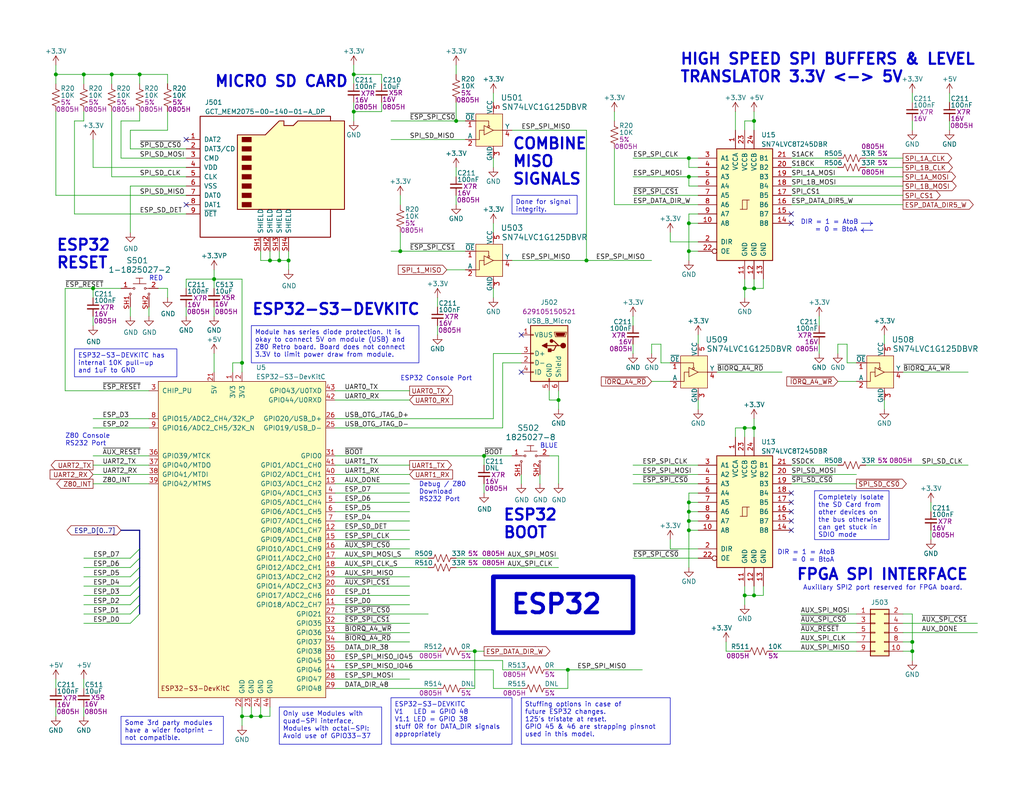
<source format=kicad_sch>
(kicad_sch (version 20230121) (generator eeschema)
  (paper "USLetter")
  (title_block (title "Z80 Retro! ESP32 Interface and Programmer") (date "2023-06-12") (rev "1.0") (company "Denno Wiggle") (comment 1 "ESP32-S3-DEVKITC-1 ") (comment 2 "PROGRAMMER & WIFI ACCESS"))
  (lib_symbols
    (symbol "Connector_Generic:Conn_02x05_Odd_Even" (pin_names (offset 1.016) hide)
      (property "Reference" "J" (at 1.27 7.62 0))
      (property "Value" "Conn_02x05_Odd_Even" (at 1.27 -7.62 0))
      (symbol "Conn_02x05_Odd_Even_1_1"
        (pin passive line (at -5.08 5.08 0) (length 3.81) (name "Pin_1") (number "1"))
        (pin passive line (at 7.62 -5.08 180) (length 3.81) (name "Pin_10") (number "10"))
        (pin passive line (at 7.62 5.08 180) (length 3.81) (name "Pin_2") (number "2"))
        (pin passive line (at -5.08 2.54 0) (length 3.81) (name "Pin_3") (number "3"))
        (pin passive line (at 7.62 2.54 180) (length 3.81) (name "Pin_4") (number "4"))
        (pin passive line (at -5.08 0 0) (length 3.81) (name "Pin_5") (number "5"))
        (pin passive line (at 7.62 0 180) (length 3.81) (name "Pin_6") (number "6"))
        (pin passive line (at -5.08 -2.54 0) (length 3.81) (name "Pin_7") (number "7"))
        (pin passive line (at 7.62 -2.54 180) (length 3.81) (name "Pin_8") (number "8"))
        (pin passive line (at -5.08 -5.08 0) (length 3.81) (name "Pin_9") (number "9"))
      )
    )
    (symbol "Espressif:ESP32-S3-DevKitC" (pin_names (offset 1.016))
      (property "Reference" "U505" (at 3.81 46.99 0))
      (property "Value" "ESP32-S3-DevKitC" (at 3.81 44.45 0))
      (symbol "ESP32-S3-DevKitC_0_0"
        (text "ESP32-S3-DevKitC" (at -12.7 -40.64 0) (effects (font (size 1.27 1.27))))
        (pin bidirectional line (at 25.4 -35.56 180) (length 2.54) (name "GPIO46") (number "14"))
        (pin bidirectional line (at 25.4 -10.16 180) (length 2.54) (name "GPIO13/ADC2_CH2") (number "19"))
        (pin bidirectional line (at -25.4 15.24 0) (length 2.54) (name "GPIO42/MTMS") (number "39"))
        (pin bidirectional line (at 25.4 17.78 180) (length 2.54) (name "GPIO2/ADC1_CH1") (number "40"))
        (pin bidirectional line (at 25.4 20.32 180) (length 2.54) (name "GPIO1/ADC1_CH0") (number "41"))
        (pin bidirectional line (at 25.4 38.1 180) (length 2.54) (name "GPIO44/U0RXD") (number "42"))
        (pin bidirectional line (at 25.4 40.64 180) (length 2.54) (name "GPIO43/U0TXD") (number "43"))
      )
      (symbol "ESP32-S3-DevKitC_1_0"
        (pin power_in line (at 7.62 -45.72 90) (length 2.54) (name "GND") (number "44"))
      )
      (symbol "ESP32-S3-DevKitC_1_1"
        (pin power_out line (at -2.54 45.72 270) (length 2.54) (name "3V3") (number "1"))
        (pin bidirectional line (at 25.4 -15.24 180) (length 2.54) (name "GPIO17/ADC2_CH6") (number "10"))
        (pin bidirectional line (at 25.4 -17.78 180) (length 2.54) (name "GPIO18/ADC2_CH7") (number "11"))
        (pin bidirectional line (at 25.4 2.54 180) (length 2.54) (name "GPIO8/ADC1_CH7") (number "12"))
        (pin bidirectional line (at 25.4 15.24 180) (length 2.54) (name "GPIO3/ADC1_CH2") (number "13"))
        (pin bidirectional line (at 25.4 0 180) (length 2.54) (name "GPIO9/ADC1_CH8") (number "15"))
        (pin bidirectional line (at 25.4 -2.54 180) (length 2.54) (name "GPIO10/ADC1_CH9") (number "16"))
        (pin bidirectional line (at 25.4 -5.08 180) (length 2.54) (name "GPIO11/ADC2_CH0") (number "17"))
        (pin bidirectional line (at 25.4 -7.62 180) (length 2.54) (name "GPIO12/ADC2_CH1") (number "18"))
        (pin power_out line (at 0 45.72 270) (length 2.54) (name "3V3") (number "2"))
        (pin bidirectional line (at 25.4 -12.7 180) (length 2.54) (name "GPIO14/ADC2_CH3") (number "20"))
        (pin power_in line (at -7.62 45.72 270) (length 2.54) (name "5V") (number "21"))
        (pin power_in line (at 0 -45.72 90) (length 2.54) (name "GND") (number "22"))
        (pin power_in line (at 2.54 -45.72 90) (length 2.54) (name "GND") (number "23"))
        (pin power_in line (at 5.08 -45.72 90) (length 2.54) (name "GND") (number "24"))
        (pin bidirectional line (at 25.4 30.48 180) (length 2.54) (name "GPIO19/USB_D-") (number "25"))
        (pin bidirectional line (at 25.4 33.02 180) (length 2.54) (name "GPIO20/USB_D+") (number "26"))
        (pin bidirectional line (at 25.4 -20.32 180) (length 2.54) (name "GPIO21") (number "27"))
        (pin bidirectional line (at 25.4 -38.1 180) (length 2.54) (name "GPIO47") (number "28"))
        (pin bidirectional line (at 25.4 -40.64 180) (length 2.54) (name "GPIO48") (number "29"))
        (pin input line (at -25.4 40.64 0) (length 2.54) (name "CHIP_PU") (number "3"))
        (pin bidirectional line (at 25.4 -33.02 180) (length 2.54) (name "GPIO45") (number "30"))
        (pin bidirectional line (at 25.4 22.86 180) (length 2.54) (name "GPIO0") (number "31"))
        (pin bidirectional line (at 25.4 -22.86 180) (length 2.54) (name "GPIO35") (number "32"))
        (pin bidirectional line (at 25.4 -25.4 180) (length 2.54) (name "GPIO36") (number "33"))
        (pin bidirectional line (at 25.4 -27.94 180) (length 2.54) (name "GPIO37") (number "34"))
        (pin bidirectional line (at 25.4 -30.48 180) (length 2.54) (name "GPIO38") (number "35"))
        (pin bidirectional line (at -25.4 22.86 0) (length 2.54) (name "GPIO39/MTCK") (number "36"))
        (pin bidirectional line (at -25.4 20.32 0) (length 2.54) (name "GPIO40/MTDO") (number "37"))
        (pin bidirectional line (at -25.4 17.78 0) (length 2.54) (name "GPIO41/MTDI") (number "38"))
        (pin bidirectional line (at 25.4 12.7 180) (length 2.54) (name "GPIO4/ADC1_CH3") (number "4"))
        (pin bidirectional line (at 25.4 10.16 180) (length 2.54) (name "GPIO5/ADC1_CH4") (number "5"))
        (pin bidirectional line (at 25.4 7.62 180) (length 2.54) (name "GPIO6/ADC1_CH5") (number "6"))
        (pin bidirectional line (at 25.4 5.08 180) (length 2.54) (name "GPIO7/ADC1_CH6") (number "7"))
        (pin bidirectional line (at -25.4 33.02 0) (length 2.54) (name "GPIO15/ADC2_CH4/32K_P") (number "8"))
        (pin bidirectional line (at -25.4 30.48 0) (length 2.54) (name "GPIO16/ADC2_CH5/32K_N") (number "9"))
      )
    )
    (symbol "SN74LVC8T245DBR_1" (pin_names (offset 1.016))
      (property "Reference" "U" (at 3.81 20.32 0))
      (property "Value" "SN74LVC8T245DBR" (at 3.81 17.78 0))
      (symbol "SN74LVC8T245DBR_1_1_0"
        (pin power_in line (at -2.54 20.32 270) (length 5.08) (name "VCCA") (number "1"))
        (pin tri_state line (at -12.7 -5.08 0) (length 5.08) (name "A8") (number "10"))
        (pin power_in line (at 0 -20.32 90) (length 5.08) (name "GND") (number "11"))
        (pin power_in line (at 2.54 -20.32 90) (length 5.08) (name "GND") (number "12"))
        (pin power_in line (at 5.08 -20.32 90) (length 5.08) (name "GND") (number "13"))
        (pin tri_state line (at 12.7 -5.08 180) (length 5.08) (name "B8") (number "14"))
        (pin tri_state line (at 12.7 -2.54 180) (length 5.08) (name "B7") (number "15"))
        (pin tri_state line (at 12.7 0 180) (length 5.08) (name "B6") (number "16"))
        (pin tri_state line (at 12.7 2.54 180) (length 5.08) (name "B5") (number "17"))
        (pin tri_state line (at 12.7 5.08 180) (length 5.08) (name "B4") (number "18"))
        (pin tri_state line (at 12.7 7.62 180) (length 5.08) (name "B3") (number "19"))
        (pin input line (at -12.7 -10.16 0) (length 5.08) (name "DIR") (number "2"))
        (pin tri_state line (at 12.7 10.16 180) (length 5.08) (name "B2") (number "20"))
        (pin tri_state line (at 12.7 12.7 180) (length 5.08) (name "B1") (number "21"))
        (pin input inverted (at -12.7 -12.7 0) (length 5.08) (name "OE") (number "22"))
        (pin power_in line (at 0 20.32 270) (length 5.08) (name "VCCB") (number "23"))
        (pin power_in line (at 2.54 20.32 270) (length 5.08) (name "VCCB") (number "24"))
        (pin tri_state line (at -12.7 12.7 0) (length 5.08) (name "A1") (number "3"))
        (pin tri_state line (at -12.7 10.16 0) (length 5.08) (name "A2") (number "4"))
        (pin tri_state line (at -12.7 7.62 0) (length 5.08) (name "A3") (number "5"))
        (pin tri_state line (at -12.7 5.08 0) (length 5.08) (name "A4") (number "6"))
        (pin tri_state line (at -12.7 2.54 0) (length 5.08) (name "A5") (number "7"))
        (pin tri_state line (at -12.7 0 0) (length 5.08) (name "A6") (number "8"))
        (pin tri_state line (at -12.7 -2.54 0) (length 5.08) (name "A7") (number "9"))
      )
    )
    (symbol "SN74LVC8T245DBR_2" (pin_names (offset 1.016))
      (property "Reference" "U" (at 3.81 20.32 0))
      (property "Value" "SN74LVC8T245DBR" (at 3.81 17.78 0))
      (symbol "SN74LVC8T245DBR_2_1_0"
        (pin power_in line (at -2.54 20.32 270) (length 5.08) (name "VCCA") (number "1"))
        (pin tri_state line (at -12.7 -5.08 0) (length 5.08) (name "A8") (number "10"))
        (pin power_in line (at 0 -20.32 90) (length 5.08) (name "GND") (number "11"))
        (pin power_in line (at 2.54 -20.32 90) (length 5.08) (name "GND") (number "12"))
        (pin power_in line (at 5.08 -20.32 90) (length 5.08) (name "GND") (number "13"))
        (pin tri_state line (at 12.7 -5.08 180) (length 5.08) (name "B8") (number "14"))
        (pin tri_state line (at 12.7 -2.54 180) (length 5.08) (name "B7") (number "15"))
        (pin tri_state line (at 12.7 0 180) (length 5.08) (name "B6") (number "16"))
        (pin tri_state line (at 12.7 2.54 180) (length 5.08) (name "B5") (number "17"))
        (pin tri_state line (at 12.7 5.08 180) (length 5.08) (name "B4") (number "18"))
        (pin tri_state line (at 12.7 7.62 180) (length 5.08) (name "B3") (number "19"))
        (pin input line (at -12.7 -10.16 0) (length 5.08) (name "DIR") (number "2"))
        (pin tri_state line (at 12.7 10.16 180) (length 5.08) (name "B2") (number "20"))
        (pin tri_state line (at 12.7 12.7 180) (length 5.08) (name "B1") (number "21"))
        (pin input inverted (at -12.7 -12.7 0) (length 5.08) (name "OE") (number "22"))
        (pin power_in line (at 0 20.32 270) (length 5.08) (name "VCCB") (number "23"))
        (pin power_in line (at 2.54 20.32 270) (length 5.08) (name "VCCB") (number "24"))
        (pin tri_state line (at -12.7 12.7 0) (length 5.08) (name "A1") (number "3"))
        (pin tri_state line (at -12.7 10.16 0) (length 5.08) (name "A2") (number "4"))
        (pin tri_state line (at -12.7 7.62 0) (length 5.08) (name "A3") (number "5"))
        (pin tri_state line (at -12.7 5.08 0) (length 5.08) (name "A4") (number "6"))
        (pin tri_state line (at -12.7 2.54 0) (length 5.08) (name "A5") (number "7"))
        (pin tri_state line (at -12.7 0 0) (length 5.08) (name "A6") (number "8"))
        (pin tri_state line (at -12.7 -2.54 0) (length 5.08) (name "A7") (number "9"))
      )
    )
    (symbol "SW_TACTILE_RA_1-1825027-4_1" (pin_names (offset 1.016))
      (property "Reference" "S502" (at -0.635 7.62 0))
      (property "Value" "1825027-8" (at 0 5.08 0))
      (symbol "SW_TACTILE_RA_1-1825027-4_1_1_1"
        (pin passive line (at -5.08 0 0) (length 2.54) (name "~") (number "1"))
        (pin passive line (at 5.08 0 180) (length 2.54) (name "~") (number "2"))
        (pin passive line (at -2.54 -5.08 90) (length 2.54) (name "~") (number "SH1"))
        (pin passive line (at 2.54 -5.08 90) (length 2.54) (name "~") (number "SH2"))
      )
    )
    (symbol "WTM:C_100nF_X7R_16V_0805H" (pin_numbers hide) (pin_names (offset 0) hide)
      (property "Reference" "C" (at 0.254 3.556 0))
      (property "Value" "100nF" (at 0.254 1.778 0))
      (property "Dielectric" "X7R" (at 1.905 -0.127 0))
      (property "Voltage" "16V" (at 0.254 -1.905 0))
      (property "Footprint2" "0805H" (at 0.127 -3.81 0))
      (symbol "C_100nF_X7R_16V_0805H_1_1"
        (pin passive line (at 0 2.54 270) (length 2.032) (name "~") (number "1"))
        (pin passive line (at 0 -2.54 90) (length 2.032) (name "~") (number "2"))
      )
    )
    (symbol "WTM:C_10uF_X5R_16V_0805H" (pin_numbers hide) (pin_names (offset 0.254) hide)
      (property "Reference" "C206" (at 0.254 3.556 0))
      (property "Value" "10uF" (at 0.254 1.778 0))
      (property "Dielectric" "X5R" (at 1.905 0.762 0))
      (property "Voltage" "16V" (at 0.127 -1.016 0))
      (property "Footprint2" "0805H" (at 3.302 -3.81 0))
      (symbol "C_10uF_X5R_16V_0805H_1_1"
        (pin passive line (at 0 2.54 270) (length 2.032) (name "~") (number "1"))
        (pin passive line (at 0 -2.54 90) (length 2.032) (name "~") (number "2"))
      )
    )
    (symbol "WTM:GCT_MEM2075-00-140-01-A_DP" (pin_names (offset 1.016))
      (property "Reference" "J5" (at -1.27 20.7518 0))
      (property "Value" "GCT_MEM2075-00-140-01-A_DP" (at -1.27 18.4404 0))
      (symbol "GCT_MEM2075-00-140-01-A_DP_1_1"
        (pin bidirectional line (at -22.86 10.16 0) (length 3.81) (name "DAT2") (number "1"))
        (pin bidirectional line (at -22.86 7.62 0) (length 3.81) (name "DAT3/CD") (number "2"))
        (pin input line (at -22.86 5.08 0) (length 3.81) (name "CMD") (number "3"))
        (pin power_in line (at -22.86 2.54 0) (length 3.81) (name "VDD") (number "4"))
        (pin input line (at -22.86 0 0) (length 3.81) (name "CLK") (number "5"))
        (pin power_in line (at -22.86 -2.54 0) (length 3.81) (name "VSS") (number "6"))
        (pin bidirectional line (at -22.86 -5.08 0) (length 3.81) (name "DAT0") (number "7"))
        (pin bidirectional line (at -22.86 -7.62 0) (length 3.81) (name "DAT1") (number "8"))
        (pin passive line (at -22.86 -10.16 0) (length 3.81) (name "~{DET}") (number "9"))
        (pin passive line (at -2.54 -20.32 90) (length 3.81) (name "SHIELD") (number "SH1"))
        (pin passive line (at 0 -20.32 90) (length 3.81) (name "SHIELD") (number "SH2"))
        (pin passive line (at 2.54 -20.32 90) (length 3.81) (name "SHIELD") (number "SH3"))
        (pin passive line (at 5.08 -20.32 90) (length 3.81) (name "SHIELD") (number "SH4"))
      )
    )
    (symbol "WTM:R_0R_5%_0805H_Horizontal1" (pin_numbers hide) (pin_names (offset 0))
      (property "Reference" "R" (at -7.62 1.27 0))
      (property "Value" "0R" (at 2.54 1.27 0))
      (property "Tolerance" "5%" (at 2.54 -1.27 0))
      (property "Footprint2" "0805H" (at -8.89 -1.27 0))
      (symbol "R_0R_5%_0805H_Horizontal1_1_1"
        (pin passive line (at -3.81 0 0) (length 1.27) (name "~") (number "1"))
        (pin passive line (at 3.81 0 180) (length 1.27) (name "~") (number "2"))
      )
    )
    (symbol "WTM:R_10K_5%_0805H" (pin_numbers hide) (pin_names (offset 0))
      (property "Reference" "R515" (at 1.27 2.54 0))
      (property "Value" "10K" (at 1.27 0.635 0))
      (property "Tolerance" "5%" (at 1.27 -1.27 0))
      (property "Footprint2" "0805H" (at 0 -3.175 0))
      (symbol "R_10K_5%_0805H_1_1"
        (pin passive line (at 0 3.81 270) (length 1.27) (name "~") (number "1"))
        (pin passive line (at 0 -3.81 90) (length 1.27) (name "~") (number "2"))
      )
    )
    (symbol "WTM:R_10K_5%_0805H_Horizontal1" (pin_numbers hide) (pin_names (offset 0))
      (property "Reference" "R" (at -7.62 1.27 0))
      (property "Value" "10K" (at 2.54 1.27 0))
      (property "Tolerance" "5%" (at 2.54 -1.27 0))
      (property "Footprint2" "0805H" (at -8.89 -1.27 0))
      (symbol "R_10K_5%_0805H_Horizontal1_1_1"
        (pin passive line (at -3.81 0 0) (length 1.27) (name "~") (number "1"))
        (pin passive line (at 3.81 0 180) (length 1.27) (name "~") (number "2"))
      )
    )
    (symbol "WTM:R_33R_5%_0805H_Horizontal1" (pin_numbers hide) (pin_names (offset 0))
      (property "Reference" "R" (at -7.62 1.27 0))
      (property "Value" "33R" (at 2.54 1.27 0))
      (property "Tolerance" "5%" (at 2.54 -1.27 0))
      (property "Footprint2" "0805H" (at -8.89 -1.27 0))
      (symbol "R_33R_5%_0805H_Horizontal1_1_1"
        (pin passive line (at -3.81 0 0) (length 1.27) (name "~") (number "1"))
        (pin passive line (at 3.81 0 180) (length 1.27) (name "~") (number "2"))
      )
    )
    (symbol "WTM:SN74LVC1G125DBVR" (pin_names (offset 0))
      (property "Reference" "U" (at 2.54 8.89 0))
      (property "Value" "SN74LVC1G125DBVR" (at 2.54 6.35 0))
      (symbol "SN74LVC1G125DBVR_1_1"
        (pin input line (at -7.62 2.54 0) (length 2.54) (name "~{OE}") (number "1"))
        (pin input line (at -7.62 -2.54 0) (length 2.54) (name "A") (number "2"))
        (pin power_in line (at 0 -7.62 90) (length 2.54) (name "GND") (number "3"))
        (pin tri_state line (at 5.08 0 180) (length 2.54) (name "Y") (number "4"))
        (pin power_in line (at 0 7.62 270) (length 2.54) (name "VCC") (number "5"))
      )
    )
    (symbol "WTM:SW_TACTILE_RA_1-1825027-4" (pin_names (offset 1.016))
      (property "Reference" "S501" (at -0.635 7.62 0))
      (property "Value" "1-1825027-2" (at 0 5.08 0))
      (symbol "SW_TACTILE_RA_1-1825027-4_1_1"
        (pin passive line (at -5.08 0 0) (length 2.54) (name "~") (number "1"))
        (pin passive line (at 5.08 0 180) (length 2.54) (name "~") (number "2"))
        (pin passive line (at -2.54 -5.08 90) (length 2.54) (name "") (number "SH1"))
        (pin passive line (at 2.54 -5.08 90) (length 2.54) (name "~") (number "SH2"))
      )
    )
    (symbol "WTM:USB_B_Micro_Wurth_629105150521" (pin_names (offset 1.016))
      (property "Reference" "J105" (at 0 13.97 0))
      (property "Value" "USB_B_Micro" (at 0 8.89 0))
      (property "MPN" "629105150521" (at 0 11.43 0))
      (symbol "USB_B_Micro_Wurth_629105150521_1_1"
        (pin power_out line (at 7.62 5.08 180) (length 2.54) (name "VBUS") (number "1"))
        (pin bidirectional line (at 7.62 -2.54 180) (length 2.54) (name "D-") (number "2"))
        (pin bidirectional line (at 7.62 0 180) (length 2.54) (name "D+") (number "3"))
        (pin passive line (at 7.62 -5.08 180) (length 2.54) (name "ID") (number "4"))
        (pin input line (at 0 -10.16 90) (length 2.54) (name "GND") (number "5"))
        (pin passive line (at -2.54 -10.16 90) (length 2.54) (name "Shield") (number "6"))
      )
    )
    (symbol "power:+3.3V" (power) (pin_names (offset 0))
      (property "Value" "+3.3V" (at 0 3.556 0))
      (symbol "+3.3V_1_1"
        (pin power_in line (at 0 0 90) (length 0) hide (name "+3.3V") (number "1"))
      )
    )
    (symbol "power:+3.3VP" (power) (pin_names (offset 0))
      (property "Value" "+3.3VP" (at 0 2.54 0))
      (symbol "+3.3VP_0_0"
        (pin power_in line (at 0 0 90) (length 0) hide (name "+3.3VP") (number "1"))
      )
    )
    (symbol "power:+5V" (power) (pin_names (offset 0))
      (property "Value" "+5V" (at 0 3.556 0))
      (symbol "+5V_1_1"
        (pin power_in line (at 0 0 90) (length 0) hide (name "+5V") (number "1"))
      )
    )
    (symbol "power:GND" (power) (pin_names (offset 0))
      (property "Value" "GND" (at 0 -3.81 0))
      (symbol "GND_1_1"
        (pin power_in line (at 0 0 270) (length 0) hide (name "GND") (number "1"))
      )
    )
  )
  (junction (at 187.96 60.96))
  (junction (at 187.96 139.7))
  (junction (at 132.08 124.46))
  (junction (at 96.52 20.32))
  (junction (at 78.74 71.12))
  (junction (at 124.46 33.02))
  (junction (at 68.58 195.58))
  (junction (at 205.74 33.02))
  (junction (at 76.2 71.12))
  (junction (at 187.96 48.26))
  (junction (at 71.12 195.58))
  (junction (at 58.42 76.2))
  (junction (at 30.48 20.32))
  (junction (at 187.96 137.16))
  (junction (at 38.1 20.32))
  (junction (at 25.4 78.74))
  (junction (at 15.24 20.32))
  (junction (at 22.86 20.32))
  (junction (at 96.52 30.48))
  (junction (at 248.92 177.8))
  (junction (at 152.4 109.22))
  (junction (at 203.2 162.56))
  (junction (at 160.02 71.12))
  (junction (at 73.66 71.12))
  (junction (at 205.74 78.74))
  (junction (at 66.04 195.58))
  (junction (at 248.92 175.26))
  (junction (at 205.74 162.56))
  (junction (at 203.2 78.74))
  (junction (at 66.04 99.06))
  (junction (at 187.96 43.18))
  (junction (at 187.96 144.78))
  (junction (at 154.94 182.88))
  (junction (at 205.74 116.84))
  (junction (at 109.22 68.58))
  (junction (at 129.54 177.8))
  (junction (at 203.2 116.84))
  (junction (at 187.96 68.58))
  (junction (at 187.96 142.24))
  (no_connect (at 50.8 55.88))
  (no_connect (at 215.9 144.78))
  (no_connect (at 215.9 139.7))
  (no_connect (at 50.8 38.1))
  (no_connect (at 215.9 134.62))
  (no_connect (at 215.9 58.42))
  (no_connect (at 142.24 101.6))
  (no_connect (at 215.9 142.24))
  (no_connect (at 215.9 137.16))
  (no_connect (at 215.9 60.96))
  (no_connect (at 142.24 91.44))
  (bus_entry (at 35.56 157.48) (size 2.54 -2.54))
  (bus_entry (at 35.56 167.64) (size 2.54 -2.54))
  (bus_entry (at 35.56 162.56) (size 2.54 -2.54))
  (bus_entry (at 35.56 154.94) (size 2.54 -2.54))
  (bus_entry (at 35.56 165.1) (size 2.54 -2.54))
  (bus_entry (at 35.56 170.18) (size 2.54 -2.54))
  (bus_entry (at 35.56 152.4) (size 2.54 -2.54))
  (bus_entry (at 35.56 160.02) (size 2.54 -2.54))
  (wire (pts (xy 22.86 160.02) (xy 35.56 160.02)))
  (wire (pts (xy 58.42 96.52) (xy 58.42 101.6)))
  (wire (pts (xy 50.8 45.72) (xy 25.4 45.72)))
  (wire (pts (xy 160.02 35.56) (xy 160.02 71.12)))
  (wire (pts (xy 177.8 93.98) (xy 180.34 93.98)))
  (wire (pts (xy 50.8 86.36) (xy 50.8 83.82)))
  (wire (pts (xy 187.96 60.96) (xy 187.96 68.58)))
  (wire (pts (xy 15.24 53.34) (xy 50.8 53.34)))
  (wire (pts (xy 106.68 33.02) (xy 124.46 33.02)))
  (wire (pts (xy 134.62 78.74) (xy 134.62 81.28)))
  (wire (pts (xy 22.86 167.64) (xy 35.56 167.64)))
  (bus (pts (xy 38.1 149.86) (xy 38.1 152.4)))
  (wire (pts (xy 203.2 162.56) (xy 205.74 162.56)))
  (wire (pts (xy 22.86 170.18) (xy 35.56 170.18)))
  (wire (pts (xy 160.02 71.12) (xy 177.8 71.12)))
  (wire (pts (xy 152.4 106.68) (xy 152.4 109.22)))
  (wire (pts (xy 45.72 78.74) (xy 45.72 81.28)))
  (polyline (pts (xy 234.95 60.96) (xy 238.125 60.96)))
  (wire (pts (xy 167.64 55.88) (xy 167.64 40.64)))
  (wire (pts (xy 248.92 167.64) (xy 248.92 175.26)))
  (wire (pts (xy 187.96 43.18) (xy 190.5 43.18)))
  (wire (pts (xy 187.96 48.26) (xy 187.96 50.8)))
  (wire (pts (xy 180.34 93.98) (xy 180.34 99.06)))
  (wire (pts (xy 30.48 30.48) (xy 30.48 48.26)))
  (wire (pts (xy 137.16 99.06) (xy 137.16 116.84)))
  (wire (pts (xy 180.34 99.06) (xy 182.88 99.06)))
  (wire (pts (xy 223.52 93.98) (xy 223.52 96.52)))
  (wire (pts (xy 248.92 175.26) (xy 248.92 177.8)))
  (wire (pts (xy 15.24 20.32) (xy 22.86 20.32)))
  (wire (pts (xy 187.96 68.58) (xy 187.96 71.12)))
  (wire (pts (xy 236.22 45.72) (xy 246.38 45.72)))
  (wire (pts (xy 30.48 20.32) (xy 22.86 20.32)))
  (wire (pts (xy 137.16 180.34) (xy 137.16 182.88)))
  (wire (pts (xy 78.74 68.58) (xy 78.74 71.12)))
  (wire (pts (xy 236.22 43.18) (xy 246.38 43.18)))
  (wire (pts (xy 172.72 53.34) (xy 190.5 53.34)))
  (wire (pts (xy 190.5 45.72) (xy 187.96 45.72)))
  (wire (pts (xy 50.8 76.2) (xy 58.42 76.2)))
  (wire (pts (xy 127 177.8) (xy 129.54 177.8)))
  (wire (pts (xy 215.9 53.34) (xy 246.38 53.34)))
  (wire (pts (xy 104.14 30.48) (xy 104.14 27.94)))
  (wire (pts (xy 109.22 63.5) (xy 109.22 68.58)))
  (wire (pts (xy 172.72 96.52) (xy 172.72 93.98)))
  (wire (pts (xy 134.62 43.18) (xy 134.62 45.72)))
  (wire (pts (xy 246.38 170.18) (xy 266.7 170.18)))
  (wire (pts (xy 71.12 193.04) (xy 71.12 195.58)))
  (wire (pts (xy 187.96 134.62) (xy 190.5 134.62)))
  (wire (pts (xy 149.86 109.22) (xy 149.86 106.68)))
  (wire (pts (xy 15.24 195.58) (xy 15.24 193.04)))
  (wire (pts (xy 187.96 142.24) (xy 187.96 144.78)))
  (wire (pts (xy 91.44 144.78) (xy 111.76 144.78)))
  (wire (pts (xy 241.3 91.44) (xy 241.3 93.98)))
  (wire (pts (xy 119.38 91.44) (xy 119.38 88.9)))
  (wire (pts (xy 25.4 116.84) (xy 40.64 116.84)))
  (wire (pts (xy 124.46 27.94) (xy 124.46 33.02)))
  (wire (pts (xy 17.78 106.68) (xy 17.78 78.74)))
  (wire (pts (xy 182.88 147.32) (xy 182.88 149.86)))
  (wire (pts (xy 203.2 160.02) (xy 203.2 162.56)))
  (wire (pts (xy 58.42 76.2) (xy 58.42 78.74)))
  (wire (pts (xy 132.08 124.46) (xy 132.08 127)))
  (wire (pts (xy 68.58 195.58) (xy 66.04 195.58)))
  (wire (pts (xy 25.4 127) (xy 40.64 127)))
  (wire (pts (xy 203.2 177.8) (xy 198.12 177.8)))
  (wire (pts (xy 91.44 132.08) (xy 111.76 132.08)))
  (wire (pts (xy 172.72 132.08) (xy 190.5 132.08)))
  (wire (pts (xy 248.92 177.8) (xy 246.38 177.8)))
  (wire (pts (xy 215.9 45.72) (xy 228.6 45.72)))
  (wire (pts (xy 33.02 43.18) (xy 50.8 43.18)))
  (wire (pts (xy 172.72 86.36) (xy 172.72 88.9)))
  (wire (pts (xy 246.38 167.64) (xy 248.92 167.64)))
  (wire (pts (xy 172.72 43.18) (xy 187.96 43.18)))
  (wire (pts (xy 149.86 124.46) (xy 152.4 124.46)))
  (wire (pts (xy 215.9 43.18) (xy 228.6 43.18)))
  (wire (pts (xy 17.78 106.68) (xy 40.64 106.68)))
  (wire (pts (xy 96.52 20.32) (xy 96.52 22.86)))
  (wire (pts (xy 91.44 170.18) (xy 111.76 170.18)))
  (wire (pts (xy 203.2 116.84) (xy 200.66 116.84)))
  (wire (pts (xy 45.72 20.32) (xy 38.1 20.32)))
  (wire (pts (xy 215.9 48.26) (xy 246.38 48.26)))
  (wire (pts (xy 215.9 129.54) (xy 233.68 129.54)))
  (wire (pts (xy 15.24 185.42) (xy 15.24 187.96)))
  (wire (pts (xy 172.72 152.4) (xy 190.5 152.4)))
  (wire (pts (xy 218.44 175.26) (xy 233.68 175.26)))
  (wire (pts (xy 259.08 33.02) (xy 259.08 35.56)))
  (wire (pts (xy 187.96 58.42) (xy 187.96 60.96)))
  (wire (pts (xy 91.44 154.94) (xy 116.84 154.94)))
  (wire (pts (xy 190.5 109.22) (xy 190.5 111.76)))
  (wire (pts (xy 35.56 50.8) (xy 50.8 50.8)))
  (wire (pts (xy 50.8 76.2) (xy 50.8 78.74)))
  (wire (pts (xy 35.56 40.64) (xy 35.56 35.56)))
  (wire (pts (xy 104.14 22.86) (xy 104.14 20.32)))
  (wire (pts (xy 134.62 187.96) (xy 142.24 187.96)))
  (wire (pts (xy 152.4 111.76) (xy 152.4 109.22)))
  (wire (pts (xy 187.96 58.42) (xy 190.5 58.42)))
  (wire (pts (xy 91.44 167.64) (xy 116.84 167.64)))
  (wire (pts (xy 198.12 177.8) (xy 198.12 175.26)))
  (wire (pts (xy 96.52 30.48) (xy 104.14 30.48)))
  (wire (pts (xy 58.42 76.2) (xy 66.04 76.2)))
  (wire (pts (xy 187.96 139.7) (xy 187.96 137.16)))
  (wire (pts (xy 127 187.96) (xy 129.54 187.96)))
  (wire (pts (xy 215.9 127) (xy 228.6 127)))
  (wire (pts (xy 63.5 101.6) (xy 63.5 99.06)))
  (wire (pts (xy 215.9 55.88) (xy 246.38 55.88)))
  (bus (pts (xy 38.1 157.48) (xy 38.1 160.02)))
  (wire (pts (xy 91.44 165.1) (xy 111.76 165.1)))
  (wire (pts (xy 22.86 20.32) (xy 22.86 22.86)))
  (wire (pts (xy 139.7 71.12) (xy 160.02 71.12)))
  (wire (pts (xy 91.44 114.3) (xy 134.62 114.3)))
  (wire (pts (xy 142.24 99.06) (xy 137.16 99.06)))
  (wire (pts (xy 22.86 30.48) (xy 22.86 33.02)))
  (wire (pts (xy 187.96 142.24) (xy 190.5 142.24)))
  (wire (pts (xy 187.96 137.16) (xy 190.5 137.16)))
  (wire (pts (xy 187.96 60.96) (xy 190.5 60.96)))
  (wire (pts (xy 236.22 127) (xy 264.16 127)))
  (wire (pts (xy 73.66 195.58) (xy 71.12 195.58)))
  (wire (pts (xy 203.2 78.74) (xy 205.74 78.74)))
  (wire (pts (xy 124.46 55.88) (xy 124.46 53.34)))
  (wire (pts (xy 109.22 53.34) (xy 109.22 55.88)))
  (wire (pts (xy 187.96 45.72) (xy 187.96 43.18)))
  (wire (pts (xy 205.74 116.84) (xy 203.2 116.84)))
  (wire (pts (xy 124.46 152.4) (xy 152.4 152.4)))
  (wire (pts (xy 228.6 104.14) (xy 233.68 104.14)))
  (wire (pts (xy 91.44 157.48) (xy 111.76 157.48)))
  (wire (pts (xy 215.9 132.08) (xy 233.68 132.08)))
  (wire (pts (xy 246.38 172.72) (xy 266.7 172.72)))
  (wire (pts (xy 76.2 71.12) (xy 73.66 71.12)))
  (wire (pts (xy 231.14 99.06) (xy 233.68 99.06)))
  (wire (pts (xy 152.4 124.46) (xy 152.4 132.08)))
  (wire (pts (xy 91.44 134.62) (xy 111.76 134.62)))
  (wire (pts (xy 223.52 86.36) (xy 223.52 88.9)))
  (wire (pts (xy 91.44 149.86) (xy 111.76 149.86)))
  (wire (pts (xy 71.12 71.12) (xy 71.12 68.58)))
  (wire (pts (xy 187.96 137.16) (xy 187.96 134.62)))
  (wire (pts (xy 35.56 40.64) (xy 50.8 40.64)))
  (wire (pts (xy 91.44 180.34) (xy 137.16 180.34)))
  (wire (pts (xy 205.74 78.74) (xy 205.74 76.2)))
  (wire (pts (xy 20.32 58.42) (xy 50.8 58.42)))
  (wire (pts (xy 142.24 96.52) (xy 134.62 96.52)))
  (wire (pts (xy 172.72 127) (xy 190.5 127)))
  (wire (pts (xy 254 147.32) (xy 254 144.78)))
  (wire (pts (xy 40.64 83.82) (xy 40.64 86.36)))
  (wire (pts (xy 205.74 162.56) (xy 208.28 162.56)))
  (wire (pts (xy 66.04 195.58) (xy 66.04 198.12)))
  (wire (pts (xy 195.58 101.6) (xy 213.36 101.6)))
  (wire (pts (xy 35.56 63.5) (xy 35.56 50.8)))
  (wire (pts (xy 66.04 193.04) (xy 66.04 195.58)))
  (wire (pts (xy 22.86 165.1) (xy 35.56 165.1)))
  (wire (pts (xy 43.18 78.74) (xy 45.72 78.74)))
  (wire (pts (xy 124.46 45.72) (xy 124.46 48.26)))
  (wire (pts (xy 63.5 99.06) (xy 66.04 99.06)))
  (wire (pts (xy 203.2 33.02) (xy 203.2 35.56)))
  (wire (pts (xy 205.74 162.56) (xy 205.74 160.02)))
  (wire (pts (xy 147.32 129.54) (xy 147.32 132.08)))
  (wire (pts (xy 203.2 78.74) (xy 203.2 81.28)))
  (wire (pts (xy 218.44 167.64) (xy 233.68 167.64)))
  (wire (pts (xy 208.28 78.74) (xy 208.28 76.2)))
  (wire (pts (xy 45.72 22.86) (xy 45.72 20.32)))
  (wire (pts (xy 25.4 86.36) (xy 25.4 88.9)))
  (wire (pts (xy 190.5 149.86) (xy 182.88 149.86)))
  (wire (pts (xy 246.38 101.6) (xy 264.16 101.6)))
  (wire (pts (xy 91.44 185.42) (xy 111.76 185.42)))
  (wire (pts (xy 58.42 86.36) (xy 58.42 83.82)))
  (wire (pts (xy 76.2 71.12) (xy 76.2 68.58)))
  (wire (pts (xy 200.66 30.48) (xy 200.66 35.56)))
  (wire (pts (xy 15.24 20.32) (xy 15.24 22.86)))
  (wire (pts (xy 109.22 68.58) (xy 127 68.58)))
  (wire (pts (xy 124.46 17.78) (xy 124.46 20.32)))
  (wire (pts (xy 91.44 109.22) (xy 111.76 109.22)))
  (wire (pts (xy 91.44 160.02) (xy 111.76 160.02)))
  (wire (pts (xy 25.4 114.3) (xy 40.64 114.3)))
  (bus (pts (xy 38.1 160.02) (xy 38.1 162.56)))
  (wire (pts (xy 22.86 185.42) (xy 22.86 187.96)))
  (wire (pts (xy 142.24 129.54) (xy 142.24 132.08)))
  (wire (pts (xy 96.52 17.78) (xy 96.52 20.32)))
  (wire (pts (xy 96.52 33.02) (xy 96.52 30.48)))
  (wire (pts (xy 106.68 68.58) (xy 109.22 68.58)))
  (wire (pts (xy 205.74 33.02) (xy 205.74 35.56)))
  (wire (pts (xy 38.1 20.32) (xy 30.48 20.32)))
  (wire (pts (xy 35.56 83.82) (xy 35.56 86.36)))
  (wire (pts (xy 91.44 129.54) (xy 111.76 129.54)))
  (wire (pts (xy 129.54 177.8) (xy 132.08 177.8)))
  (wire (pts (xy 167.64 30.48) (xy 167.64 33.02)))
  (wire (pts (xy 78.74 71.12) (xy 78.74 73.66)))
  (wire (pts (xy 73.66 193.04) (xy 73.66 195.58)))
  (wire (pts (xy 241.3 109.22) (xy 241.3 111.76)))
  (wire (pts (xy 134.62 60.96) (xy 134.62 63.5)))
  (wire (pts (xy 38.1 33.02) (xy 33.02 33.02)))
  (wire (pts (xy 91.44 152.4) (xy 116.84 152.4)))
  (wire (pts (xy 104.14 20.32) (xy 96.52 20.32)))
  (bus (pts (xy 38.1 165.1) (xy 38.1 167.64)))
  (wire (pts (xy 22.86 33.02) (xy 20.32 33.02)))
  (wire (pts (xy 132.08 124.46) (xy 139.7 124.46)))
  (wire (pts (xy 172.72 129.54) (xy 190.5 129.54)))
  (wire (pts (xy 91.44 127) (xy 111.76 127)))
  (wire (pts (xy 91.44 106.68) (xy 111.76 106.68)))
  (wire (pts (xy 33.02 33.02) (xy 33.02 43.18)))
  (wire (pts (xy 78.74 71.12) (xy 76.2 71.12)))
  (wire (pts (xy 205.74 116.84) (xy 205.74 119.38)))
  (wire (pts (xy 38.1 20.32) (xy 38.1 22.86)))
  (wire (pts (xy 172.72 48.26) (xy 187.96 48.26)))
  (wire (pts (xy 121.92 73.66) (xy 127 73.66)))
  (wire (pts (xy 25.4 45.72) (xy 25.4 38.1)))
  (wire (pts (xy 182.88 63.5) (xy 182.88 66.04)))
  (wire (pts (xy 210.82 177.8) (xy 233.68 177.8)))
  (wire (pts (xy 218.44 170.18) (xy 233.68 170.18)))
  (wire (pts (xy 91.44 172.72) (xy 111.76 172.72)))
  (wire (pts (xy 134.62 96.52) (xy 134.62 114.3)))
  (wire (pts (xy 137.16 116.84) (xy 91.44 116.84)))
  (wire (pts (xy 228.6 93.98) (xy 228.6 96.52)))
  (wire (pts (xy 190.5 68.58) (xy 187.96 68.58)))
  (wire (pts (xy 91.44 162.56) (xy 111.76 162.56)))
  (wire (pts (xy 17.78 78.74) (xy 25.4 78.74)))
  (wire (pts (xy 25.4 78.74) (xy 25.4 81.28)))
  (bus (pts (xy 38.1 162.56) (xy 38.1 165.1)))
  (wire (pts (xy 200.66 116.84) (xy 200.66 119.38)))
  (wire (pts (xy 22.86 162.56) (xy 35.56 162.56)))
  (wire (pts (xy 134.62 25.4) (xy 134.62 27.94)))
  (wire (pts (xy 177.8 104.14) (xy 182.88 104.14)))
  (wire (pts (xy 259.08 25.4) (xy 259.08 27.94)))
  (bus (pts (xy 38.1 154.94) (xy 38.1 157.48)))
  (wire (pts (xy 91.44 187.96) (xy 119.38 187.96)))
  (wire (pts (xy 25.4 129.54) (xy 40.64 129.54)))
  (wire (pts (xy 187.96 144.78) (xy 190.5 144.78)))
  (wire (pts (xy 187.96 154.94) (xy 187.96 144.78)))
  (wire (pts (xy 248.92 180.34) (xy 248.92 177.8)))
  (wire (pts (xy 218.44 172.72) (xy 233.68 172.72)))
  (wire (pts (xy 91.44 177.8) (xy 119.38 177.8)))
  (wire (pts (xy 20.32 33.02) (xy 20.32 58.42)))
  (wire (pts (xy 187.96 139.7) (xy 190.5 139.7)))
  (wire (pts (xy 91.44 182.88) (xy 134.62 182.88)))
  (wire (pts (xy 205.74 33.02) (xy 203.2 33.02)))
  (wire (pts (xy 152.4 109.22) (xy 149.86 109.22)))
  (wire (pts (xy 22.86 157.48) (xy 35.56 157.48)))
  (wire (pts (xy 66.04 99.06) (xy 66.04 101.6)))
  (wire (pts (xy 215.9 50.8) (xy 246.38 50.8)))
  (wire (pts (xy 154.94 182.88) (xy 175.26 182.88)))
  (wire (pts (xy 154.94 187.96) (xy 154.94 182.88)))
  (wire (pts (xy 124.46 33.02) (xy 127 33.02)))
  (wire (pts (xy 38.1 30.48) (xy 38.1 33.02)))
  (wire (pts (xy 106.68 38.1) (xy 127 38.1)))
  (wire (pts (xy 30.48 20.32) (xy 30.48 22.86)))
  (wire (pts (xy 205.74 78.74) (xy 208.28 78.74)))
  (wire (pts (xy 91.44 147.32) (xy 111.76 147.32)))
  (wire (pts (xy 30.48 48.26) (xy 50.8 48.26)))
  (wire (pts (xy 167.64 55.88) (xy 190.5 55.88)))
  (wire (pts (xy 15.24 53.34) (xy 15.24 30.48)))
  (wire (pts (xy 134.62 182.88) (xy 134.62 187.96)))
  (wire (pts (xy 22.86 195.58) (xy 22.86 193.04)))
  (wire (pts (xy 96.52 30.48) (xy 96.52 27.94)))
  (wire (pts (xy 208.28 162.56) (xy 208.28 160.02)))
  (wire (pts (xy 73.66 71.12) (xy 71.12 71.12)))
  (wire (pts (xy 91.44 137.16) (xy 111.76 137.16)))
  (wire (pts (xy 35.56 35.56) (xy 45.72 35.56)))
  (wire (pts (xy 203.2 76.2) (xy 203.2 78.74)))
  (wire (pts (xy 254 137.16) (xy 254 139.7)))
  (wire (pts (xy 45.72 30.48) (xy 45.72 35.56)))
  (wire (pts (xy 246.38 175.26) (xy 248.92 175.26)))
  (wire (pts (xy 190.5 91.44) (xy 190.5 93.98)))
  (wire (pts (xy 129.54 187.96) (xy 129.54 177.8)))
  (wire (pts (xy 58.42 73.66) (xy 58.42 76.2)))
  (wire (pts (xy 203.2 162.56) (xy 203.2 165.1)))
  (wire (pts (xy 91.44 175.26) (xy 111.76 175.26)))
  (wire (pts (xy 25.4 124.46) (xy 40.64 124.46)))
  (wire (pts (xy 22.86 154.94) (xy 35.56 154.94)))
  (wire (pts (xy 91.44 139.7) (xy 111.76 139.7)))
  (wire (pts (xy 187.96 48.26) (xy 190.5 48.26)))
  (wire (pts (xy 248.92 25.4) (xy 248.92 27.94)))
  (wire (pts (xy 91.44 142.24) (xy 111.76 142.24)))
  (polyline (pts (xy 238.135 62.87) (xy 234.96 62.87)))
  (wire (pts (xy 15.24 17.78) (xy 15.24 20.32)))
  (wire (pts (xy 68.58 193.04) (xy 68.58 195.58)))
  (bus (pts (xy 33.02 144.78) (xy 38.1 144.78)))
  (wire (pts (xy 177.8 93.98) (xy 177.8 96.52)))
  (wire (pts (xy 73.66 71.12) (xy 73.66 68.58)))
  (wire (pts (xy 205.74 114.3) (xy 205.74 116.84)))
  (wire (pts (xy 119.38 81.28) (xy 119.38 83.82)))
  (wire (pts (xy 66.04 76.2) (xy 66.04 99.06)))
  (wire (pts (xy 248.92 33.02) (xy 248.92 35.56)))
  (wire (pts (xy 203.2 116.84) (xy 203.2 119.38)))
  (wire (pts (xy 137.16 182.88) (xy 142.24 182.88)))
  (wire (pts (xy 22.86 152.4) (xy 35.56 152.4)))
  (wire (pts (xy 25.4 132.08) (xy 40.64 132.08)))
  (wire (pts (xy 149.86 187.96) (xy 154.94 187.96)))
  (wire (pts (xy 91.44 124.46) (xy 132.08 124.46)))
  (wire (pts (xy 190.5 66.04) (xy 182.88 66.04)))
  (wire (pts (xy 187.96 50.8) (xy 190.5 50.8)))
  (wire (pts (xy 25.4 78.74) (xy 33.02 78.74)))
  (wire (pts (xy 132.08 132.08) (xy 132.08 134.62)))
  (bus (pts (xy 38.1 152.4) (xy 38.1 154.94)))
  (wire (pts (xy 71.12 195.58) (xy 68.58 195.58)))
  (bus (pts (xy 38.1 144.78) (xy 38.1 149.86)))
  (wire (pts (xy 228.6 93.98) (xy 231.14 93.98)))
  (wire (pts (xy 187.96 139.7) (xy 187.96 142.24)))
  (wire (pts (xy 205.74 30.48) (xy 205.74 33.02)))
  (wire (pts (xy 149.86 182.88) (xy 154.94 182.88)))
  (wire (pts (xy 124.46 154.94) (xy 152.4 154.94)))
  (wire (pts (xy 139.7 35.56) (xy 160.02 35.56)))
  (wire (pts (xy 231.14 93.98) (xy 231.14 99.06)))
  (arc (start 234.965 62.87) (mid 235.4126 63.0574) (end 235.6 63.505))
  (arc (start 238.12 60.96) (mid 237.6721 60.7715) (end 237.485 60.325))
  (arc (start 237.49 61.595) (mid 237.6745 61.1445) (end 238.125 60.96))
  (arc (start 235.595 62.235) (mid 235.4073 62.6808) (end 234.96 62.87))
  (text_box "Completely Isolate the SD Card from other devices on the bus otherwise can get stuck in SDIO mode" (at 222.25 133.985 0) (size 20.32 13.335) (effects (font (size 1.27 1.27)) (justify left top)))
  (text_box "ESP32-S3-DEVKITC has \ninternal 10K pull-up \nand 1uF to GND" (at 20.32 95.25 0) (size 27.94 7.62) (effects (font (size 1.27 1.27)) (justify left top)))
  (text_box "Stuffing options in case of \nfuture ESP32 changes.\n125's tristate at reset.\nGPIO 45 & 46 are strapping pinsnot used in this model." (at 142.24 190.5 0) (size 40.64 12.7) (effects (font (size 1.27 1.27)) (justify left top)))
  (text_box "ESP32" (at 134.62 157.48 0) (size 38.1 15.24) (stroke (width 1.27)) (effects (font (size 5.08 5.08) (thickness 1.016) bold) (justify left top)))
  (text_box "Done for signal integrity." (at 139.7 53.34 0) (size 17.78 5.08) (effects (font (size 1.27 1.27)) (justify left top)))
  (text_box "" (at 146.05 176.53 0) (size 0 0) (effects (font (size 1.27 1.27)) (justify left top)))
  (text_box "Module has series diode protection. It is okay to connect 5V on module (USB) and Z80 Retro board. Board does not connect 3.3V to limit power draw from module." (at 68.58 88.9 0) (size 45.72 10.16) (effects (font (size 1.27 1.27)) (justify left top)))
  (text_box "ESP32-S3-DEVKITC \nV1   LED = GPIO 48 \nV1.1 LED = GPIO 38\nstuff 0R for DATA_DIR signals appropriately" (at 106.68 190.5 0) (size 33.02 12.7) (effects (font (size 1.27 1.27)) (justify left top)))
  (text_box "Some 3rd party modules have a wider footprint - not compatible." (at 33.02 195.58 0) (size 27.94 7.62) (effects (font (size 1.27 1.27)) (justify left top)))
  (text_box "Only use Modules with \nquad-SPI interface,\nModules with octal-SPI:\nAvoid use of GPIO33-37" (at 76.2 193.04 0) (size 27.94 10.16) (effects (font (size 1.27 1.27)) (justify left top)))
  (text "Z80 Console\nRS232 Port" (at 17.78 121.92 0) (effects (font (size 1.27 1.27)) (justify left bottom)))
  (text "ESP32 Console Port" (at 109.22 104.14 0) (effects (font (size 1.27 1.27)) (justify left bottom)))
  (text "DIR = 1 = AtoB\n    = 0 = BtoA" (at 218.44 63.5 0) (effects (font (size 1.27 1.27)) (justify left bottom)))
  (text "RED" (at 40.64 76.835 0) (effects (font (size 1.27 1.27)) (justify left bottom)))
  (text "DIR = 1 = AtoB\n    = 0 = BtoA" (at 212.09 153.67 0) (effects (font (size 1.27 1.27)) (justify left bottom)))
  (text "HIGH SPEED SPI BUFFERS & LEVEL \nTRANSLATOR 3.3V <-> 5V" (at 185.42 22.86 0) (effects (font (size 2.9972 2.9972) (thickness 0.5994) bold) (justify left bottom)))
  (text "ESP32-S3-DEVKITC" (at 68.58 86.36 0) (effects (font (size 2.9972 2.9972) (thickness 0.5994) bold) (justify left bottom)))
  (text "Auxillary SPI2 port reserved for FPGA board." (at 219.075 161.29 0) (effects (font (size 1.27 1.27)) (justify left bottom)))
  (text "FPGA SPI INTERFACE" (at 217.17 158.75 0) (effects (font (size 2.9972 2.9972) (thickness 0.5994) bold) (justify left bottom)))
  (text "ESP32 \nRESET" (at 15.24 73.66 0) (effects (font (size 2.9972 2.9972) (thickness 0.5994) bold) (justify left bottom)))
  (text "ESP32 \nBOOT" (at 137.16 147.32 0) (effects (font (size 2.9972 2.9972) (thickness 0.5994) bold) (justify left bottom)))
  (text "BLUE" (at 147.32 122.555 0) (effects (font (size 1.27 1.27)) (justify left bottom)))
  (text "Debug / Z80 \nDownload \nRS232 Port" (at 114.3 137.16 0) (effects (font (size 1.27 1.27)) (justify left bottom)))
  (text "MICRO SD CARD" (at 58.42 24.13 0) (effects (font (size 2.9972 2.9972) (thickness 0.5994) bold) (justify left bottom)))
  (text "COMBINE \nMISO \nSIGNALS" (at 139.7 50.8 0) (effects (font (size 2.9972 2.9972) (thickness 0.5994) bold) (justify left bottom)))
  (label "ESP_DATA_DIR_W" (at 172.72 55.88 0))
  (label "ESP_SPI_CLK" (at 172.72 43.18 0))
  (label "AUX_SPI_MOSI" (at 218.44 167.64 0))
  (label "ESP_D2" (at 27.94 116.84 0))
  (label "ESP_DATA_DIR5_W" (at 215.9 55.88 0))
  (label "AUX_SPI_CLK" (at 138.43 154.94 0))
  (label "~{ESP_SPI_CS0}" (at 111.76 33.02 0))
  (label "ESP_D0" (at 25.4 170.18 0))
  (label "USB_OTG_JTAG_D-" (at 93.98 116.84 0))
  (label "ESP_SPI_MISO" (at 157.48 182.88 0))
  (label "AUX_SPI_MISO" (at 93.98 157.48 0))
  (label "~{AUX_SPI_CS0}" (at 93.98 149.86 0))
  (label "~{ESP_SPI_CS0}" (at 93.98 167.64 0))
  (label "~{BOOT}" (at 93.98 124.46 0))
  (label "~{ESP_RESET}" (at 17.78 78.74 0))
  (label "ESP_SPI_MISO" (at 142.24 35.56 0))
  (label "ESP_SPI_CLK" (at 93.98 147.32 0))
  (label "~{AUX_SPI_CS1}" (at 251.46 170.18 0))
  (label "ESP_D7" (at 93.98 134.62 0))
  (label "ESP_D1" (at 93.98 162.56 0))
  (label "AUX_SPI_CLK_S" (at 93.98 154.94 0))
  (label "~{ESP_SPI_CS1}" (at 172.72 53.34 0))
  (label "ESP_SPI_MISO" (at 142.24 71.12 0))
  (label "SSDCK" (at 215.9 127 0))
  (label "AUX_DONE" (at 251.46 172.72 0))
  (label "~{AUX_SPI_CS1}" (at 93.98 160.02 0))
  (label "ESP_SPI_MOSI" (at 172.72 48.26 0))
  (label "SPI_CS1" (at 215.9 53.34 0))
  (label "~{SPI_SD_CS0}" (at 215.9 132.08 0))
  (label "~{BOOT}" (at 132.08 124.46 0))
  (label "ESP_D7" (at 25.4 152.4 0))
  (label "SPI_SD_MOSI" (at 38.1 43.18 0))
  (label "ESP_SPI_MISO_IO46" (at 93.98 182.88 0))
  (label "UART0_TX" (at 93.98 106.68 0))
  (label "~{AUX_RESET}" (at 27.94 124.46 0))
  (label "AUX_SPI_CLK" (at 218.44 175.26 0))
  (label "UART2_RX" (at 27.94 129.54 0))
  (label "~{AUX_SPI_CS0}" (at 218.44 170.18 0))
  (label "ESP_D5" (at 25.4 157.48 0))
  (label "ESP_SPI_MISO_IO45" (at 93.98 180.34 0))
  (label "~{ESP_SPI_CS1}" (at 93.98 170.18 0))
  (label "~{BIORQ_A4_RD}" (at 195.58 101.6 0))
  (label "ESP_D4" (at 93.98 142.24 0))
  (label "~{BIORQ_A4_WR}" (at 93.98 172.72 0))
  (label "ESP_D2" (at 25.4 165.1 0))
  (label "S1BCK" (at 215.9 45.72 0))
  (label "AUX_SPI_MOSI" (at 138.43 152.4 0))
  (label "ESP_D6" (at 93.98 137.16 0))
  (label "DATA_DIR_48" (at 93.98 187.96 0))
  (label "~{BIORQ_A4_WR}" (at 246.38 101.6 0))
  (label "DATA_DIR_38" (at 93.98 177.8 0))
  (label "SPI_1A_MOSI" (at 215.9 48.26 0))
  (label "~{SPI_SD_CS0}" (at 38.1 40.64 0))
  (label "ESP_D1" (at 25.4 167.64 0))
  (label "SPI_1B_MOSI" (at 215.9 50.8 0))
  (label "ESP_D3" (at 27.94 114.3 0))
  (label "SPI_SD_CLK" (at 38.1 48.26 0))
  (label "ESP_D0" (at 93.98 165.1 0))
  (label "ESP_SPI_CLK" (at 175.26 127 0))
  (label "USB_OTG_JTAG_D+" (at 93.98 114.3 0))
  (label "ESP_D4" (at 25.4 160.02 0))
  (label "~{ESP_SPI_CS0}" (at 172.72 152.4 0))
  (label "SPI_SD_MISO" (at 38.1 53.34 0))
  (label "ESP_SD_DET" (at 93.98 144.78 0))
  (label "~{ESP_SPI_CS1}" (at 111.76 68.58 0))
  (label "ESP_SPI_MISO" (at 162.56 71.12 0))
  (label "UART1_RX" (at 93.98 129.54 0))
  (label "AUX_SPI_MOSI_S" (at 93.98 152.4 0))
  (label "S1ACK" (at 215.9 43.18 0))
  (label "SPI_SD_CLK" (at 251.46 127 0))
  (label "ESP_SPI_MOSI" (at 93.98 185.42 0))
  (label "UART0_RX" (at 93.98 109.22 0))
  (label "ESP_D3" (at 25.4 162.56 0))
  (label "UART2_TX" (at 27.94 127 0))
  (label "~{ESP_SPI_CS0}" (at 175.26 132.08 0))
  (label "~{BIORQ_A4_RD}" (at 93.98 175.26 0))
  (label "AUX_DONE" (at 93.98 132.08 0))
  (label "UART1_TX" (at 93.98 127 0))
  (label "AUX_SPI_MISO" (at 218.44 177.8 0))
  (label "~{AUX_RESET}" (at 218.44 172.72 0))
  (label "~{ESP_RESET}" (at 27.94 106.68 0))
  (label "ESP_SD_DET" (at 38.1 58.42 0))
  (label "ESP_D6" (at 25.4 154.94 0))
  (label "ESP_D5" (at 93.98 139.7 0))
  (label "ESP_SPI_MOSI" (at 175.26 129.54 0))
  (label "SPI_SD_MOSI" (at 215.9 129.54 0))
  (label "SPI_SD_MISO" (at 111.76 38.1 0))
  (label "Z80_INT" (at 27.94 132.08 0))
  (global_label "UART0_RX" (shape input) (at 111.76 109.22 0) (property "Intersheetrefs" "${INTERSHEET_REFS}" (at 123.19 109.22 0) (effects (justify left))))
  (global_label "UART0_TX" (shape output) (at 111.76 106.68 0) (property "Intersheetrefs" "${INTERSHEET_REFS}" (at 124.206 106.68 0) (effects (justify left))))
  (global_label "SPI_1_MISO" (shape input) (at 121.92 73.66 180) (property "Intersheetrefs" "${INTERSHEET_REFS}" (at 109.22 73.66 0) (effects (justify right))))
  (global_label "SPI_1A_CLK" (shape output) (at 246.38 43.18 0) (property "Intersheetrefs" "${INTERSHEET_REFS}" (at 260.1715 43.18 0) (effects (justify left))))
  (global_label "SPI_1B_MOSI" (shape output) (at 246.38 50.8 0) (property "Intersheetrefs" "${INTERSHEET_REFS}" (at 260.35 50.8 0) (effects (justify left))))
  (global_label "UART1_TX" (shape output) (at 111.76 127 0) (property "Intersheetrefs" "${INTERSHEET_REFS}" (at 123.6767 127 0) (effects (justify left))))
  (global_label "ESP_DATA_DIR_W" (shape output) (at 132.08 177.8 0) (property "Intersheetrefs" "${INTERSHEET_REFS}" (at 150.2549 177.8 0) (effects (justify left))))
  (global_label "SPI_CS1" (shape output) (at 246.38 53.34 0) (property "Intersheetrefs" "${INTERSHEET_REFS}" (at 260.35 53.34 0) (effects (justify left))))
  (global_label "~{IORQ_A4_WR}" (shape input) (at 228.6 104.14 180) (property "Intersheetrefs" "${INTERSHEET_REFS}" (at 214.376 104.14 0) (effects (justify right))))
  (global_label "UART2_TX" (shape output) (at 25.4 127 180) (property "Intersheetrefs" "${INTERSHEET_REFS}" (at 13.97 127 0) (effects (justify right))))
  (global_label "Z80_INT" (shape output) (at 25.4 132.08 180) (property "Intersheetrefs" "${INTERSHEET_REFS}" (at 13.97 132.08 0) (effects (justify right))))
  (global_label "UART2_RX" (shape input) (at 25.4 129.54 180) (property "Intersheetrefs" "${INTERSHEET_REFS}" (at 14.605 129.54 0) (effects (justify right))))
  (global_label "~{SPI_SD_CS0}" (shape output) (at 233.68 132.08 0) (property "Intersheetrefs" "${INTERSHEET_REFS}" (at 247.5006 132.08 0) (effects (justify left))))
  (global_label "~{IORQ_A4_RD}" (shape input) (at 177.8 104.14 180) (property "Intersheetrefs" "${INTERSHEET_REFS}" (at 163.576 104.14 0) (effects (justify right))))
  (global_label "ESP_DATA_DIR5_W" (shape output) (at 246.38 55.88 0) (property "Intersheetrefs" "${INTERSHEET_REFS}" (at 265.43 55.88 0) (effects (justify left))))
  (global_label "ESP_D[0..7]" (shape bidirectional) (at 33.02 144.78 180) (property "Intersheetrefs" "${INTERSHEET_REFS}" (at 19.685 144.78 0) (effects (justify right))))
  (global_label "UART1_RX" (shape input) (at 111.76 129.54 0) (property "Intersheetrefs" "${INTERSHEET_REFS}" (at 122.682 129.54 0) (effects (justify left))))
  (global_label "SPI_1A_MOSI" (shape output) (at 246.38 48.26 0) (property "Intersheetrefs" "${INTERSHEET_REFS}" (at 260.35 48.26 0) (effects (justify left))))
  (global_label "SPI_1B_CLK" (shape output) (at 246.38 45.72 0) (property "Intersheetrefs" "${INTERSHEET_REFS}" (at 260.3529 45.72 0) (effects (justify left))))
  (symbol (lib_name "SN74LVC8T245DBR_2") (lib_id "WTM:SN74LVC8T245DBR") (at 203.2 55.88 0) (unit 1)
    (property "Reference" "U15" (at 207.6959 36.83 0) (effects (justify left)))
    (property "Value" "SN74LVC8T245DBR" (at 207.6959 39.37 0) (effects (justify left)))
    (property "Footprint" "Package_SO:SSOP-24_5.3x8.2mm_P0.65mm" (effects hide))
    (property "Datasheet" "https://www.ti.com/lit/ds/symlink/sn74lvc8t245.pdf" (effects hide))
    (property "MPN" "SN74LVC8T245DBR" (effects hide))
    (property "Digikey" "296-21065-1-ND" (effects hide))
    (property "Description" "IC TRANSLATION TXRX 5.5V 24SSOP" (effects hide))
    (property "Manufacturer" "Texas Instruments" (effects hide))
    (property "Digi-Key_PN" "296-21065-1-ND" (effects hide))
    (property "LCSC Part #" "C19197" (effects hide))
    (instances (project "ESP32_Interface" (path "" (reference "U15") (unit 1)) (path "" (reference "U502") (unit 1))))
  )
  (symbol (lib_id "power:+3.3V") (at 205.74 114.3 0) (unit 1)
    (property "Reference" "#PWR0528" (effects hide))
    (property "Value" "+3.3V" (at 205.74 110.49 0))
  )
  (symbol (lib_id "WTM:R_10K_5%_0805H") (at 124.46 24.13 0) (unit 1)
    (property "Reference" "R20" (at 125.73 21.59 0) (effects (justify left)))
    (property "Value" "10K" (at 125.73 23.495 0) (effects (justify left)))
    (property "Footprint" "Resistor_SMD:R_0805_2012Metric_Pad1.20x1.40mm_HandSolder" (effects hide))
    (property "Datasheet" "https://www.yageo.com/upload/media/product/productsearch/datasheet/rchip/PYu-RC_Group_51_RoHS_L_12.pdf" (effects hide))
    (property "Tolerance" "5%" (at 125.73 25.4 0) (effects (justify left)))
    (property "Footprint2" "0805H" (at 124.46 27.305 0) (effects (justify left)))
    (property "MPN" "RC0805JR-0710KL" (effects hide))
    (property "Manufacturer" "Yaego" (effects hide))
    (property "Description" "RES 10K OHM 5% 1/8W 0805" (effects hide))
    (property "Digikey" "311-10KARCT-ND" (effects hide))
    (property "LCSC Part #" "C100047" (effects hide))
    (instances (project "ESP32_Interface" (path "" (reference "R20") (unit 1)) (path "" (reference "R501") (unit 1))) (project "BreadboardPower" (path "" (reference "R3") (unit 1))) (project "RP6502_WTM_v1" (path "" (reference "R?") (unit 1))))
  )
  (symbol (lib_id "power:GND") (at 25.4 88.9 0) (unit 1)
    (property "Reference" "#PWR024" (effects hide))
    (property "Value" "GND" (at 25.527 93.2942 0))
    (instances (project "ESP32_Interface" (path "" (reference "#PWR024") (unit 1)) (path "" (reference "#PWR0526") (unit 1))) (project "2063-Z80" (path "" (reference "#PWR06") (unit 1))))
  )
  (symbol (lib_id "power:+3.3V") (at 119.38 81.28 0) (unit 1)
    (property "Reference" "#PWR0523" (effects hide))
    (property "Value" "+3.3V" (at 119.38 77.47 0))
  )
  (symbol (lib_id "power:+3.3V") (at 109.22 53.34 0) (unit 1)
    (property "Reference" "#PWR0511" (effects hide))
    (property "Value" "+3.3V" (at 109.22 49.53 0))
  )
  (symbol (lib_id "power:GND") (at 223.52 96.52 0) (mirror y) (unit 1)
    (property "Reference" "#PWR088" (effects hide))
    (property "Value" "GND" (at 223.52 100.33 0))
    (instances (project "ESP32_Interface" (path "" (reference "#PWR088") (unit 1)) (path "" (reference "#PWR0558") (unit 1))) (project "BreadboardPower" (path "" (reference "#PWR06") (unit 1))))
  )
  (symbol (lib_id "power:GND") (at 190.5 111.76 0) (unit 1)
    (property "Reference" "#PWR026" (effects hide))
    (property "Value" "GND" (at 190.5 115.57 0))
    (instances (project "ESP32_Interface" (path "" (reference "#PWR026") (unit 1)) (path "" (reference "#PWR0565") (unit 1))) (project "BreadboardPower" (path "" (reference "#PWR06") (unit 1))))
  )
  (symbol (lib_id "power:GND") (at 177.8 96.52 0) (unit 1)
    (property "Reference" "#PWR026" (effects hide))
    (property "Value" "GND" (at 177.8 100.33 0))
    (instances (project "ESP32_Interface" (path "" (reference "#PWR026") (unit 1)) (path "" (reference "#PWR0563") (unit 1))) (project "BreadboardPower" (path "" (reference "#PWR06") (unit 1))))
  )
  (symbol (lib_id "power:+3.3V") (at 134.62 60.96 0) (unit 1)
    (property "Reference" "#PWR0513" (effects hide))
    (property "Value" "+3.3V" (at 134.62 57.15 0))
  )
  (symbol (lib_id "WTM:R_10K_5%_0805H") (at 22.86 26.67 0) (unit 1)
    (property "Reference" "R20" (at 24.13 24.13 0) (effects (justify left)))
    (property "Value" "10K" (at 24.13 26.035 0) (effects (justify left)))
    (property "Footprint" "Resistor_SMD:R_0805_2012Metric_Pad1.20x1.40mm_HandSolder" (effects hide))
    (property "Datasheet" "https://www.yageo.com/upload/media/product/productsearch/datasheet/rchip/PYu-RC_Group_51_RoHS_L_12.pdf" (effects hide))
    (property "Tolerance" "5%" (at 24.13 27.94 0) (effects (justify left)))
    (property "Footprint2" "0805H" (at 22.86 29.845 0) (effects (justify left)))
    (property "MPN" "RC0805JR-0710KL" (effects hide))
    (property "Manufacturer" "Yaego" (effects hide))
    (property "Description" "RES 10K OHM 5% 1/8W 0805" (effects hide))
    (property "Digikey" "311-10KARCT-ND" (effects hide))
    (property "LCSC Part #" "C100047" (effects hide))
    (instances (project "ESP32_Interface" (path "" (reference "R20") (unit 1)) (path "" (reference "R503") (unit 1))) (project "BreadboardPower" (path "" (reference "R3") (unit 1))) (project "RP6502_WTM_v1" (path "" (reference "R?") (unit 1))))
  )
  (symbol (lib_id "power:GND") (at 187.96 154.94 0) (unit 1)
    (property "Reference" "#PWR085" (effects hide))
    (property "Value" "GND" (at 187.96 158.75 0))
    (instances (project "ESP32_Interface" (path "" (reference "#PWR085") (unit 1)) (path "" (reference "#PWR0535") (unit 1))) (project "BreadboardPower" (path "" (reference "#PWR06") (unit 1))))
  )
  (symbol (lib_id "power:+3.3V") (at 134.62 25.4 0) (unit 1)
    (property "Reference" "#PWR0504" (effects hide))
    (property "Value" "+3.3V" (at 134.62 21.59 0))
  )
  (symbol (lib_id "WTM:C_100nF_X7R_16V_0805H") (at 223.52 91.44 0) (mirror y) (unit 1)
    (property "Reference" "C211" (at 223.266 87.884 0) (effects (justify left)))
    (property "Value" "100nF" (at 223.266 89.662 0) (effects (justify left)))
    (property "Footprint" "Capacitor_SMD:C_0805_2012Metric_Pad1.18x1.45mm_HandSolder" (effects hide))
    (property "Datasheet" "https://www.we-online.com/katalog/datasheet/885012207045.pdf" (effects hide))
    (property "Digikey" "732-8045-1-ND" (effects hide))
    (property "Description" "CAP CER 0.1UF 16V X7R 0805" (effects hide))
    (property "Dielectric" "X7R" (at 221.615 91.567 0) (effects (justify left)))
    (property "Voltage" "16V" (at 223.266 93.345 0) (effects (justify left)))
    (property "MPN" "885012207045" (effects hide))
    (property "Manufacturer" "Würth Elektronik" (effects hide))
    (property "Footprint2" "0805H" (at 223.393 95.25 0) (effects (justify left)))
    (property "Digi-Key_PN" "732-8045-1-ND" (effects hide))
    (property "LCSC Part #" "C49678" (effects hide))
    (instances (project "ESP32_Interface" (path "" (reference "C211") (unit 1)) (path "" (reference "C306") (unit 1)) (path "" (reference "C408") (unit 1)) (path "" (reference "C514") (unit 1))))
  )
  (symbol (lib_id "WTM:C_100nF_X7R_16V_0805H") (at 132.08 129.54 0) (unit 1)
    (property "Reference" "C211" (at 132.334 125.984 0) (effects (justify left)))
    (property "Value" "DNL" (at 132.334 127.762 0) (effects (justify left)))
    (property "Footprint" "Capacitor_SMD:C_0805_2012Metric_Pad1.18x1.45mm_HandSolder" (effects hide))
    (property "Datasheet" "https://www.we-online.com/katalog/datasheet/885012207045.pdf" (effects hide))
    (property "Digikey" "732-8045-1-ND" (effects hide))
    (property "Description" "CAP CER 0.1UF 16V X7R 0805" (effects hide))
    (property "Dielectric" "X7R" (at 133.985 129.667 0) (effects (justify left)))
    (property "Voltage" "16V" (at 132.334 131.445 0) (effects (justify left)))
    (property "MPN" "885012207045" (effects hide))
    (property "Manufacturer" "Würth Elektronik" (effects hide))
    (property "Footprint2" "0805H" (at 132.207 133.35 0) (effects (justify left)))
    (property "Digi-Key_PN" "732-8045-1-ND" (effects hide))
    (instances (project "ESP32_Interface" (path "" (reference "C211") (unit 1)) (path "" (reference "C306") (unit 1)) (path "" (reference "C408") (unit 1)) (path "" (reference "C508") (unit 1))))
  )
  (symbol (lib_id "WTM:GCT_MEM2075-00-140-01-A_DP") (at 73.66 48.26 0) (unit 1)
    (property "Reference" "J501" (at 55.88 27.94 0) (effects (justify left)))
    (property "Value" "GCT_MEM2075-00-140-01-A_DP" (at 55.88 30.48 0) (effects (justify left)))
    (property "Footprint" "WTM_Library:GCT_MEM2075-00-140-01-A" (effects hide))
    (property "Datasheet" "https://gct.co/files/specs/mem2075-spec.pdf" (effects hide))
    (property "Digikey" "2073-MEM2075-00-140-01-ACT-ND" (effects hide))
    (property "MPN" "MEM2075-00-140-01-A" (effects hide))
    (property "Description" "MICRO SD PUSH-PUSH, SMT, 1.40MM" (effects hide))
    (property "Manufacturer" "GCT" (effects hide))
  )
  (symbol (lib_id "WTM:SW_TACTILE_RA_1-1825027-4") (at 38.1 78.74 0) (unit 1)
    (property "Reference" "S501" (at 37.465 71.12 0) (effects (font (size 1.524 1.524))))
    (property "Value" "1-1825027-2" (at 38.1 73.66 0) (effects (font (size 1.524 1.524))))
    (property "Footprint" "Button_Switch_THT:SW_Tactile_SPST_Angled_PTS645Vx83-2LFS" (effects hide))
    (property "Datasheet" "https://www.te.com/commerce/DocumentDelivery/DDEController?Action=showdoc&DocId=Customer+Drawing%7F1825027%7FH1%7Fpdf%7FEnglish%7FENG_CD_1825027_H1.pdf%7F1-1825027-2" (effects hide))
    (property "Digi-Key_PN" "1-1825027-2-ND" (effects hide))
    (property "MPN" "1-1825027-2" (effects hide))
    (property "Category" "Switches" (effects hide))
    (property "Family" "Tactile Switches" (effects hide))
    (property "Description" "SWITCH TACTILE SPST-NO RIGHT-ANGLE 0.05A 24V" (effects hide))
    (property "Manufacturer" "TE Connectivity ALCOSWITCH Switches" (effects hide))
    (property "Status" "Active" (effects hide))
    (property "Digikey" "1-1825027-2-ND" (effects hide))
  )
  (symbol (lib_id "power:GND") (at 50.8 86.36 0) (unit 1)
    (property "Reference" "#PWR092" (effects hide))
    (property "Value" "GND" (at 50.8 90.17 0))
    (instances (project "ESP32_Interface" (path "" (reference "#PWR092") (unit 1)) (path "" (reference "#PWR0549") (unit 1))) (project "BreadboardPower" (path "" (reference "#PWR06") (unit 1))))
  )
  (symbol (lib_id "WTM:C_100nF_X7R_16V_0805H") (at 259.08 30.48 0) (unit 1)
    (property "Reference" "C211" (at 259.334 26.924 0) (effects (justify left)))
    (property "Value" "100nF" (at 259.334 28.702 0) (effects (justify left)))
    (property "Footprint" "Capacitor_SMD:C_0805_2012Metric_Pad1.18x1.45mm_HandSolder" (effects hide))
    (property "Datasheet" "https://www.we-online.com/katalog/datasheet/885012207045.pdf" (effects hide))
    (property "Digikey" "732-8045-1-ND" (effects hide))
    (property "Description" "CAP CER 0.1UF 16V X7R 0805" (effects hide))
    (property "Dielectric" "X7R" (at 260.985 30.607 0) (effects (justify left)))
    (property "Voltage" "16V" (at 259.334 32.385 0) (effects (justify left)))
    (property "MPN" "885012207045" (effects hide))
    (property "Manufacturer" "Würth Elektronik" (effects hide))
    (property "Footprint2" "0805H" (at 259.207 34.29 0) (effects (justify left)))
    (property "Digi-Key_PN" "732-8045-1-ND" (effects hide))
    (property "LCSC Part #" "C49678" (effects hide))
    (instances (project "ESP32_Interface" (path "" (reference "C211") (unit 1)) (path "" (reference "C306") (unit 1)) (path "" (reference "C408") (unit 1)) (path "" (reference "C505") (unit 1))))
  )
  (symbol (lib_id "power:GND") (at 152.4 111.76 0) (unit 1)
    (property "Reference" "#PWR03" (effects hide))
    (property "Value" "GND" (at 152.4 115.57 0))
    (instances (project "ESP32_Interface" (path "" (reference "#PWR03") (unit 1)) (path "" (reference "#PWR0530") (unit 1))) (project "BreadboardPower" (path "" (reference "#PWR06") (unit 1))))
  )
  (symbol (lib_id "power:GND") (at 203.2 81.28 0) (unit 1)
    (property "Reference" "#PWR081" (effects hide))
    (property "Value" "GND" (at 203.2 85.09 0))
    (instances (project "ESP32_Interface" (path "" (reference "#PWR081") (unit 1)) (path "" (reference "#PWR0525") (unit 1))) (project "BreadboardPower" (path "" (reference "#PWR06") (unit 1))))
  )
  (symbol (lib_id "WTM:SN74LVC1G125DBVR") (at 241.3 101.6 0) (unit 1)
    (property "Reference" "U508" (at 246.38 92.71 0) (effects (font (size 1.524 1.524))))
    (property "Value" "SN74LVC1G125DBVR" (at 255.27 95.25 0) (effects (font (size 1.524 1.524))))
    (property "Footprint" "Package_TO_SOT_SMD:SOT-23-5_HandSoldering" (effects hide))
    (property "Datasheet" "http://www.ti.com/general/docs/suppproductinfo.tsp?distId=10&gotoUrl=http%3A%2F%2Fwww.ti.com%2Flit%2Fgpn%2Fsn74lvc1g125" (effects hide))
    (property "Digi-Key_PN" "296-11603-1-ND" (effects hide))
    (property "MPN" "SN74LVC1G125DBVR" (effects hide))
    (property "Category" "Integrated Circuits (ICs)" (effects hide))
    (property "Family" "Logic - Buffers, Drivers, Receivers, Transceivers" (effects hide))
    (property "DK_Datasheet_Link" "http://www.ti.com/general/docs/suppproductinfo.tsp?distId=10&gotoUrl=http%3A%2F%2Fwww.ti.com%2Flit%2Fgpn%2Fsn74lvc1g125" (effects hide))
    (property "DK_Detail_Page" "/product-detail/en/texas-instruments/SN74LVC1G125DBVR/296-11603-1-ND/385742" (effects hide))
    (property "Description" "IC BUF NON-INVERT 5.5V SOT23-5" (effects hide))
    (property "Manufacturer" "Texas Instruments" (effects hide))
    (property "Status" "Active" (effects hide))
    (property "Digikey" "296-11603-1-ND" (effects hide))
    (property "LCSC Part #" "C23654" (effects hide))
  )
  (symbol (lib_id "WTM:C_100nF_X7R_16V_0805H") (at 254 142.24 0) (unit 1)
    (property "Reference" "C211" (at 254.254 138.684 0) (effects (justify left)))
    (property "Value" "100nF" (at 254.254 140.462 0) (effects (justify left)))
    (property "Footprint" "Capacitor_SMD:C_0805_2012Metric_Pad1.18x1.45mm_HandSolder" (effects hide))
    (property "Datasheet" "https://www.we-online.com/katalog/datasheet/885012207045.pdf" (effects hide))
    (property "Digikey" "732-8045-1-ND" (effects hide))
    (property "Description" "CAP CER 0.1UF 16V X7R 0805" (effects hide))
    (property "Dielectric" "X7R" (at 255.905 142.367 0) (effects (justify left)))
    (property "Voltage" "16V" (at 254.254 144.145 0) (effects (justify left)))
    (property "MPN" "885012207045" (effects hide))
    (property "Manufacturer" "Würth Elektronik" (effects hide))
    (property "Footprint2" "0805H" (at 254.127 146.05 0) (effects (justify left)))
    (property "Digi-Key_PN" "732-8045-1-ND" (effects hide))
    (property "LCSC Part #" "C49678" (effects hide))
    (instances (project "ESP32_Interface" (path "" (reference "C211") (unit 1)) (path "" (reference "C306") (unit 1)) (path "" (reference "C408") (unit 1)) (path "" (reference "C509") (unit 1))))
  )
  (symbol (lib_id "power:GND") (at 203.2 165.1 0) (unit 1)
    (property "Reference" "#PWR084" (effects hide))
    (property "Value" "GND" (at 203.2 168.91 0))
    (instances (project "ESP32_Interface" (path "" (reference "#PWR084") (unit 1)) (path "" (reference "#PWR0537") (unit 1))) (project "BreadboardPower" (path "" (reference "#PWR06") (unit 1))))
  )
  (symbol (lib_id "WTM:R_0R_5%_0805H_Horizontal1") (at 123.19 177.8 0) (unit 1)
    (property "Reference" "R512" (at 115.57 176.53 0) (effects (justify left)))
    (property "Value" "0R" (at 125.73 176.53 0) (effects (justify left)))
    (property "Footprint" "Resistor_SMD:R_0805_2012Metric_Pad1.20x1.40mm_HandSolder" (effects hide))
    (property "Datasheet" "https://www.yageo.com/upload/media/product/productsearch/datasheet/rchip/PYu-RC_Group_51_RoHS_L_12.pdf" (effects hide))
    (property "Tolerance" "5%" (at 125.73 179.07 0) (effects (justify left)))
    (property "Footprint2" "0805H" (at 114.3 179.07 0) (effects (justify left)))
    (property "MPN" "RC0805JR-070RL" (effects hide))
    (property "Manufacturer" "Yaego" (effects hide))
    (property "Description" "RES 0 OHM JUMPER 1/8W 0805" (effects hide))
    (property "Digikey" "311-0.0ARCT-ND" (effects hide))
  )
  (symbol (lib_id "WTM:C_100nF_X7R_16V_0805H") (at 50.8 81.28 0) (unit 1)
    (property "Reference" "C211" (at 51.054 77.724 0) (effects (justify left)))
    (property "Value" "100nF" (at 51.054 79.502 0) (effects (justify left)))
    (property "Footprint" "Capacitor_SMD:C_0805_2012Metric_Pad1.18x1.45mm_HandSolder" (effects hide))
    (property "Datasheet" "https://www.we-online.com/katalog/datasheet/885012207045.pdf" (effects hide))
    (property "Digikey" "732-8045-1-ND" (effects hide))
    (property "Description" "CAP CER 0.1UF 16V X7R 0805" (effects hide))
    (property "Dielectric" "X7R" (at 52.705 81.407 0) (effects (justify left)))
    (property "Voltage" "16V" (at 51.054 83.185 0) (effects (justify left)))
    (property "MPN" "885012207045" (effects hide))
    (property "Manufacturer" "Würth Elektronik" (effects hide))
    (property "Footprint2" "0805H" (at 50.927 85.09 0) (effects (justify left)))
    (property "Digi-Key_PN" "732-8045-1-ND" (effects hide))
    (property "LCSC Part #" "C49678" (effects hide))
    (instances (project "ESP32_Interface" (path "" (reference "C211") (unit 1)) (path "" (reference "C306") (unit 1)) (path "" (reference "C408") (unit 1)) (path "" (reference "C512") (unit 1))))
  )
  (symbol (lib_id "WTM:C_10uF_X5R_16V_0805H") (at 22.86 190.5 0) (unit 1)
    (property "Reference" "C511" (at 23.114 186.944 0) (effects (justify left)))
    (property "Value" "10uF" (at 23.114 188.722 0) (effects (justify left)))
    (property "Footprint" "Capacitor_SMD:C_0805_2012Metric_Pad1.18x1.45mm_HandSolder" (effects hide))
    (property "Datasheet" "https://media.digikey.com/pdf/Data%20Sheets/Samsung%20PDFs/CL21A106KOQNNNG_Spec.pdf" (effects hide))
    (property "Digikey" "1276-6455-1-ND" (effects hide))
    (property "Description" "CAP CER 10UF 16V X5R 0805" (effects hide))
    (property "Dielectric" "X5R" (at 24.765 189.738 0) (effects (justify left top)))
    (property "Voltage" "16V" (at 22.987 191.516 0) (effects (justify left top)))
    (property "Footprint2" "0805H" (at 26.162 194.31 0))
    (property "Digi-Key_PN" "1276-6455-1-ND" (effects hide))
    (property "MPN" "CL21A106KOQNNNG" (effects hide))
    (property "Manufacturer" "Samsung Electro-Mechanics" (effects hide))
    (property "LCSC Part #" "C89831" (effects hide))
  )
  (symbol (lib_id "power:+5V") (at 22.86 185.42 0) (unit 1)
    (property "Reference" "#PWR0108" (effects hide))
    (property "Value" "+5V" (at 22.86 181.61 0))
    (instances (project "2044-breadboard-power" (path "" (reference "#PWR0108") (unit 1))) (project "ESP32_Interface" (path "" (reference "#PWR05") (unit 1)) (path "" (reference "#PWR0541") (unit 1))) (project "BreadboardPower" (path "" (reference "#PWR011") (unit 1))))
  )
  (symbol (lib_id "power:GND") (at 78.74 73.66 0) (unit 1)
    (property "Reference" "#PWR079" (effects hide))
    (property "Value" "GND" (at 78.867 78.0542 0))
    (instances (project "ESP32_Interface" (path "" (reference "#PWR079") (unit 1)) (path "" (reference "#PWR0519") (unit 1))) (project "2063-Z80" (path "" (reference "#PWR0128") (unit 1))))
  )
  (symbol (lib_id "power:+5V") (at 205.74 30.48 0) (unit 1)
    (property "Reference" "#PWR02" (effects hide))
    (property "Value" "+5V" (at 206.375 26.67 0))
    (instances (project "2065-Z80-programmer" (path "" (reference "#PWR02") (unit 1))) (project "ESP32_Interface" (path "" (reference "#PWR076") (unit 1)) (path "" (reference "#PWR0507") (unit 1))))
  )
  (symbol (lib_id "WTM:R_33R_5%_0805H_Horizontal1") (at 232.41 43.18 0) (unit 1)
    (property "Reference" "R505" (at 224.79 41.91 0) (effects (justify left)))
    (property "Value" "33R" (at 234.95 41.91 0) (effects (justify left)))
    (property "Footprint" "Resistor_SMD:R_0805_2012Metric_Pad1.20x1.40mm_HandSolder" (effects hide))
    (property "Datasheet" "https://www.yageo.com/upload/media/product/productsearch/datasheet/rchip/PYu-RC_Group_51_RoHS_L_12.pdf" (effects hide))
    (property "Tolerance" "5%" (at 239.395 41.91 0) (effects (justify left)))
    (property "Footprint2" "0805H" (at 234.95 40.005 0) (effects (justify left)))
    (property "MPN" "RC0805JR-0733RL" (effects hide))
    (property "Manufacturer" "Yaego" (effects hide))
    (property "Description" "RES 33 OHM 5% 1/8W 0805" (effects hide))
    (property "Digikey" "311-33ARCT-ND" (effects hide))
    (property "LCSC Part #" "C126353" (effects hide))
  )
  (symbol (lib_id "power:GND") (at 248.92 180.34 0) (unit 1)
    (property "Reference" "#PWR050" (effects hide))
    (property "Value" "GND" (at 248.92 184.15 0))
    (instances (project "ESP32_Interface" (path "" (reference "#PWR050") (unit 1)) (path "" (reference "#PWR0539") (unit 1))) (project "BreadboardPower" (path "" (reference "#PWR06") (unit 1))))
  )
  (symbol (lib_id "WTM:R_0R_5%_0805H_Horizontal1") (at 146.05 187.96 0) (unit 1)
    (property "Reference" "R515" (at 138.43 186.69 0) (effects (justify left)))
    (property "Value" "DNL" (at 148.59 186.69 0) (effects (justify left)))
    (property "Footprint" "Resistor_SMD:R_0805_2012Metric_Pad1.20x1.40mm_HandSolder" (effects hide))
    (property "Datasheet" "https://www.yageo.com/upload/media/product/productsearch/datasheet/rchip/PYu-RC_Group_51_RoHS_L_12.pdf" (effects hide))
    (property "Tolerance" "5%" (at 148.59 189.23 0) (effects (justify left)))
    (property "Footprint2" "0805H" (at 137.16 189.23 0) (effects (justify left)))
    (property "MPN" "RC0805JR-070RL" (effects hide))
    (property "Manufacturer" "Yaego" (effects hide))
    (property "Description" "RES 0 OHM JUMPER 1/8W 0805" (effects hide))
    (property "Digikey" "311-0.0ARCT-ND" (effects hide))
  )
  (symbol (lib_id "power:+3.3V") (at 254 137.16 0) (unit 1)
    (property "Reference" "#PWR0531" (effects hide))
    (property "Value" "+3.3V" (at 254 133.35 0))
  )
  (symbol (lib_id "power:+3.3V") (at 182.88 63.5 0) (unit 1)
    (property "Reference" "#PWR0515" (effects hide))
    (property "Value" "+3.3V" (at 182.88 59.69 0))
  )
  (symbol (lib_id "WTM:C_100nF_X7R_16V_0805H") (at 172.72 91.44 0) (mirror y) (unit 1)
    (property "Reference" "C211" (at 172.466 87.884 0) (effects (justify left)))
    (property "Value" "100nF" (at 172.466 89.662 0) (effects (justify left)))
    (property "Footprint" "Capacitor_SMD:C_0805_2012Metric_Pad1.18x1.45mm_HandSolder" (effects hide))
    (property "Datasheet" "https://www.we-online.com/katalog/datasheet/885012207045.pdf" (effects hide))
    (property "Digikey" "732-8045-1-ND" (effects hide))
    (property "Description" "CAP CER 0.1UF 16V X7R 0805" (effects hide))
    (property "Dielectric" "X7R" (at 170.815 91.567 0) (effects (justify left)))
    (property "Voltage" "16V" (at 172.466 93.345 0) (effects (justify left)))
    (property "MPN" "885012207045" (effects hide))
    (property "Manufacturer" "Würth Elektronik" (effects hide))
    (property "Footprint2" "0805H" (at 172.593 95.25 0) (effects (justify left)))
    (property "Digi-Key_PN" "732-8045-1-ND" (effects hide))
    (property "LCSC Part #" "C49678" (effects hide))
    (instances (project "ESP32_Interface" (path "" (reference "C211") (unit 1)) (path "" (reference "C306") (unit 1)) (path "" (reference "C408") (unit 1)) (path "" (reference "C515") (unit 1))))
  )
  (symbol (lib_id "power:+3.3V") (at 172.72 86.36 0) (mirror y) (unit 1)
    (property "Reference" "#PWR0521" (effects hide))
    (property "Value" "+3.3V" (at 172.72 82.55 0))
  )
  (symbol (lib_id "WTM:R_33R_5%_0805H_Horizontal1") (at 232.41 127 0) (unit 1)
    (property "Reference" "R508" (at 224.79 125.73 0) (effects (justify left)))
    (property "Value" "33R" (at 234.95 125.73 0) (effects (justify left)))
    (property "Footprint" "Resistor_SMD:R_0805_2012Metric_Pad1.20x1.40mm_HandSolder" (effects hide))
    (property "Datasheet" "https://www.yageo.com/upload/media/product/productsearch/datasheet/rchip/PYu-RC_Group_51_RoHS_L_12.pdf" (effects hide))
    (property "Tolerance" "5%" (at 239.395 125.73 0) (effects (justify left)))
    (property "Footprint2" "0805H" (at 242.57 125.73 0) (effects (justify left)))
    (property "MPN" "RC0805JR-0733RL" (effects hide))
    (property "Manufacturer" "Yaego" (effects hide))
    (property "Description" "RES 33 OHM 5% 1/8W 0805" (effects hide))
    (property "Digikey" "311-33ARCT-ND" (effects hide))
    (property "LCSC Part #" "C126353" (effects hide))
  )
  (symbol (lib_id "WTM:R_10K_5%_0805H") (at 167.64 36.83 0) (unit 1)
    (property "Reference" "R20" (at 168.91 34.29 0) (effects (justify left)))
    (property "Value" "10K" (at 168.91 36.195 0) (effects (justify left)))
    (property "Footprint" "Resistor_SMD:R_0805_2012Metric_Pad1.20x1.40mm_HandSolder" (effects hide))
    (property "Datasheet" "https://www.yageo.com/upload/media/product/productsearch/datasheet/rchip/PYu-RC_Group_51_RoHS_L_12.pdf" (effects hide))
    (property "Tolerance" "5%" (at 168.91 38.1 0) (effects (justify left)))
    (property "Footprint2" "0805H" (at 167.64 40.005 0) (effects (justify left)))
    (property "MPN" "RC0805JR-0710KL" (effects hide))
    (property "Manufacturer" "Yaego" (effects hide))
    (property "Description" "RES 10K OHM 5% 1/8W 0805" (effects hide))
    (property "Digikey" "311-10KARCT-ND" (effects hide))
    (property "LCSC Part #" "C100047" (effects hide))
    (instances (project "ESP32_Interface" (path "" (reference "R20") (unit 1)) (path "" (reference "R504") (unit 1))) (project "BreadboardPower" (path "" (reference "R3") (unit 1))) (project "RP6502_WTM_v1" (path "" (reference "R?") (unit 1))))
  )
  (symbol (lib_id "power:+5V") (at 15.24 185.42 0) (unit 1)
    (property "Reference" "#PWR0108" (effects hide))
    (property "Value" "+5V" (at 15.24 181.61 0))
    (instances (project "2044-breadboard-power" (path "" (reference "#PWR0108") (unit 1))) (project "ESP32_Interface" (path "" (reference "#PWR05") (unit 1)) (path "" (reference "#PWR0540") (unit 1))) (project "BreadboardPower" (path "" (reference "#PWR011") (unit 1))))
  )
  (symbol (lib_id "power:GND") (at 259.08 35.56 0) (unit 1)
    (property "Reference" "#PWR088" (effects hide))
    (property "Value" "GND" (at 259.08 39.37 0))
    (instances (project "ESP32_Interface" (path "" (reference "#PWR088") (unit 1)) (path "" (reference "#PWR0571") (unit 1))) (project "BreadboardPower" (path "" (reference "#PWR06") (unit 1))))
  )
  (symbol (lib_id "WTM:R_33R_5%_0805H_Horizontal1") (at 232.41 45.72 0) (unit 1)
    (property "Reference" "R506" (at 224.79 44.45 0) (effects (justify left)))
    (property "Value" "33R" (at 234.95 44.45 0) (effects (justify left)))
    (property "Footprint" "Resistor_SMD:R_0805_2012Metric_Pad1.20x1.40mm_HandSolder" (effects hide))
    (property "Datasheet" "https://www.yageo.com/upload/media/product/productsearch/datasheet/rchip/PYu-RC_Group_51_RoHS_L_12.pdf" (effects hide))
    (property "Tolerance" "5%" (at 239.395 44.45 0) (effects (justify left)))
    (property "Footprint2" "0805H" (at 234.95 46.99 0) (effects (justify left)))
    (property "MPN" "RC0805JR-0733RL" (effects hide))
    (property "Manufacturer" "Yaego" (effects hide))
    (property "Description" "RES 33 OHM 5% 1/8W 0805" (effects hide))
    (property "Digikey" "311-33ARCT-ND" (effects hide))
    (property "LCSC Part #" "C126353" (effects hide))
  )
  (symbol (lib_id "WTM:C_10uF_X5R_16V_0805H") (at 104.14 25.4 0) (unit 1)
    (property "Reference" "C210" (at 104.394 21.844 0) (effects (justify left)))
    (property "Value" "10uF" (at 104.394 23.622 0) (effects (justify left)))
    (property "Footprint" "Capacitor_SMD:C_0805_2012Metric_Pad1.18x1.45mm_HandSolder" (effects hide))
    (property "Datasheet" "https://media.digikey.com/pdf/Data%20Sheets/Samsung%20PDFs/CL21A106KOQNNNG_Spec.pdf" (effects hide))
    (property "Digikey" "1276-6455-1-ND" (effects hide))
    (property "Description" "CAP CER 10UF 16V X5R 0805" (effects hide))
    (property "Dielectric" "X5R" (at 106.045 24.638 0) (effects (justify left top)))
    (property "Voltage" "16V" (at 104.267 26.416 0) (effects (justify left top)))
    (property "Footprint2" "0805H" (at 107.442 29.21 0))
    (property "Digi-Key_PN" "1276-6455-1-ND" (effects hide))
    (property "MPN" "CL21A106KOQNNNG" (effects hide))
    (property "Manufacturer" "Samsung Electro-Mechanics" (effects hide))
    (property "LCSC Part #" "C89831" (effects hide))
    (instances (project "ESP32_Interface" (path "" (reference "C210") (unit 1)) (path "" (reference "C302") (unit 1)) (path "" (reference "C502") (unit 1))))
  )
  (symbol (lib_id "WTM:R_10K_5%_0805H") (at 45.72 26.67 0) (unit 1)
    (property "Reference" "R20" (at 46.99 24.13 0) (effects (justify left)))
    (property "Value" "10K" (at 46.99 26.035 0) (effects (justify left)))
    (property "Footprint" "Resistor_SMD:R_0805_2012Metric_Pad1.20x1.40mm_HandSolder" (effects hide))
    (property "Datasheet" "https://www.yageo.com/upload/media/product/productsearch/datasheet/rchip/PYu-RC_Group_51_RoHS_L_12.pdf" (effects hide))
    (property "Tolerance" "5%" (at 46.99 27.94 0) (effects (justify left)))
    (property "Footprint2" "0805H" (at 45.72 29.845 0) (effects (justify left)))
    (property "MPN" "RC0805JR-0710KL" (effects hide))
    (property "Manufacturer" "Yaego" (effects hide))
    (property "Description" "RES 10K OHM 5% 1/8W 0805" (effects hide))
    (property "Digikey" "311-10KARCT-ND" (effects hide))
    (property "LCSC Part #" "C100047" (effects hide))
    (instances (project "ESP32_Interface" (path "" (reference "R20") (unit 1)) (path "" (reference "R518") (unit 1))) (project "BreadboardPower" (path "" (reference "R3") (unit 1))) (project "RP6502_WTM_v1" (path "" (reference "R?") (unit 1))))
  )
  (symbol (lib_id "WTM:R_10K_5%_0805H") (at 109.22 59.69 0) (unit 1)
    (property "Reference" "R20" (at 110.49 57.15 0) (effects (justify left)))
    (property "Value" "10K" (at 110.49 59.055 0) (effects (justify left)))
    (property "Footprint" "Resistor_SMD:R_0805_2012Metric_Pad1.20x1.40mm_HandSolder" (effects hide))
    (property "Datasheet" "https://www.yageo.com/upload/media/product/productsearch/datasheet/rchip/PYu-RC_Group_51_RoHS_L_12.pdf" (effects hide))
    (property "Tolerance" "5%" (at 110.49 60.96 0) (effects (justify left)))
    (property "Footprint2" "0805H" (at 109.22 62.865 0) (effects (justify left)))
    (property "MPN" "RC0805JR-0710KL" (effects hide))
    (property "Manufacturer" "Yaego" (effects hide))
    (property "Description" "RES 10K OHM 5% 1/8W 0805" (effects hide))
    (property "Digikey" "311-10KARCT-ND" (effects hide))
    (property "LCSC Part #" "C100047" (effects hide))
    (instances (project "ESP32_Interface" (path "" (reference "R20") (unit 1)) (path "" (reference "R507") (unit 1))) (project "BreadboardPower" (path "" (reference "R3") (unit 1))) (project "RP6502_WTM_v1" (path "" (reference "R?") (unit 1))))
  )
  (symbol (lib_id "power:+3.3V") (at 190.5 91.44 0) (unit 1)
    (property "Reference" "#PWR0562" (effects hide))
    (property "Value" "+3.3V" (at 190.5 87.63 0))
  )
  (symbol (lib_id "power:GND") (at 134.62 81.28 0) (unit 1)
    (property "Reference" "#PWR03" (effects hide))
    (property "Value" "GND" (at 134.62 85.09 0))
    (instances (project "ESP32_Interface" (path "" (reference "#PWR03") (unit 1)) (path "" (reference "#PWR0524") (unit 1))) (project "BreadboardPower" (path "" (reference "#PWR06") (unit 1))))
  )
  (symbol (lib_id "power:GND") (at 45.72 81.28 0) (unit 1)
    (property "Reference" "#PWR024" (effects hide))
    (property "Value" "GND" (at 45.847 85.6742 0))
    (instances (project "ESP32_Interface" (path "" (reference "#PWR024") (unit 1)) (path "" (reference "#PWR0522") (unit 1))) (project "2063-Z80" (path "" (reference "#PWR06") (unit 1))))
  )
  (symbol (lib_id "power:+3.3V") (at 223.52 86.36 0) (mirror y) (unit 1)
    (property "Reference" "#PWR0517" (effects hide))
    (property "Value" "+3.3V" (at 223.52 82.55 0))
  )
  (symbol (lib_id "power:+5V") (at 58.42 96.52 0) (unit 1)
    (property "Reference" "#PWR0108" (effects hide))
    (property "Value" "+5V" (at 58.42 92.71 0))
    (instances (project "2044-breadboard-power" (path "" (reference "#PWR0108") (unit 1))) (project "ESP32_Interface" (path "" (reference "#PWR05") (unit 1)) (path "" (reference "#PWR0529") (unit 1))) (project "BreadboardPower" (path "" (reference "#PWR011") (unit 1))))
  )
  (symbol (lib_id "WTM:C_100nF_X7R_16V_0805H") (at 15.24 190.5 0) (unit 1)
    (property "Reference" "C211" (at 15.494 186.944 0) (effects (justify left)))
    (property "Value" "100nF" (at 15.494 188.722 0) (effects (justify left)))
    (property "Footprint" "Capacitor_SMD:C_0805_2012Metric_Pad1.18x1.45mm_HandSolder" (effects hide))
    (property "Datasheet" "https://www.we-online.com/katalog/datasheet/885012207045.pdf" (effects hide))
    (property "Digikey" "732-8045-1-ND" (effects hide))
    (property "Description" "CAP CER 0.1UF 16V X7R 0805" (effects hide))
    (property "Dielectric" "X7R" (at 17.145 190.627 0) (effects (justify left)))
    (property "Voltage" "16V" (at 15.494 192.405 0) (effects (justify left)))
    (property "MPN" "885012207045" (effects hide))
    (property "Manufacturer" "Würth Elektronik" (effects hide))
    (property "Footprint2" "0805H" (at 15.367 194.31 0) (effects (justify left)))
    (property "Digi-Key_PN" "732-8045-1-ND" (effects hide))
    (property "LCSC Part #" "C49678" (effects hide))
    (instances (project "ESP32_Interface" (path "" (reference "C211") (unit 1)) (path "" (reference "C306") (unit 1)) (path "" (reference "C408") (unit 1)) (path "" (reference "C510") (unit 1))))
  )
  (symbol (lib_id "power:GND") (at 142.24 132.08 0) (unit 1)
    (property "Reference" "#PWR08" (effects hide))
    (property "Value" "GND" (at 142.367 136.4742 0))
    (instances (project "ESP32_Interface" (path "" (reference "#PWR08") (unit 1)) (path "" (reference "#PWR0546") (unit 1))) (project "2063-Z80" (path "" (reference "#PWR06") (unit 1))))
  )
  (symbol (lib_id "WTM:R_0R_5%_0805H_Horizontal1") (at 146.05 182.88 0) (unit 1)
    (property "Reference" "R513" (at 138.43 181.61 0) (effects (justify left)))
    (property "Value" "0R" (at 148.59 181.61 0) (effects (justify left)))
    (property "Footprint" "Resistor_SMD:R_0805_2012Metric_Pad1.20x1.40mm_HandSolder" (effects hide))
    (property "Datasheet" "https://www.yageo.com/upload/media/product/productsearch/datasheet/rchip/PYu-RC_Group_51_RoHS_L_12.pdf" (effects hide))
    (property "Tolerance" "5%" (at 148.59 184.15 0) (effects (justify left)))
    (property "Footprint2" "0805H" (at 137.16 184.15 0) (effects (justify left)))
    (property "MPN" "RC0805JR-070RL" (effects hide))
    (property "Manufacturer" "Yaego" (effects hide))
    (property "Description" "RES 0 OHM JUMPER 1/8W 0805" (effects hide))
    (property "Digikey" "311-0.0ARCT-ND" (effects hide))
  )
  (symbol (lib_id "WTM:R_33R_5%_0805H_Horizontal1") (at 120.65 154.94 0) (unit 1)
    (property "Reference" "R510" (at 113.03 153.67 0) (effects (justify left)))
    (property "Value" "33R" (at 123.19 153.67 0) (effects (justify left)))
    (property "Footprint" "Resistor_SMD:R_0805_2012Metric_Pad1.20x1.40mm_HandSolder" (effects hide))
    (property "Datasheet" "https://www.yageo.com/upload/media/product/productsearch/datasheet/rchip/PYu-RC_Group_51_RoHS_L_12.pdf" (effects hide))
    (property "Tolerance" "5%" (at 127.635 153.67 0) (effects (justify left)))
    (property "Footprint2" "0805H" (at 131.445 153.67 0) (effects (justify left)))
    (property "MPN" "RC0805JR-0733RL" (effects hide))
    (property "Manufacturer" "Yaego" (effects hide))
    (property "Description" "RES 33 OHM 5% 1/8W 0805" (effects hide))
    (property "Digikey" "311-33ARCT-ND" (effects hide))
    (property "LCSC Part #" "C126353" (effects hide))
  )
  (symbol (lib_id "power:+3.3V") (at 124.46 45.72 0) (unit 1)
    (property "Reference" "#PWR0509" (effects hide))
    (property "Value" "+3.3V" (at 124.46 41.91 0))
  )
  (symbol (lib_id "power:+3.3V") (at 182.88 147.32 0) (unit 1)
    (property "Reference" "#PWR0533" (effects hide))
    (property "Value" "+3.3V" (at 182.88 143.51 0))
  )
  (symbol (lib_id "power:GND") (at 96.52 33.02 0) (unit 1)
    (property "Reference" "#PWR092" (effects hide))
    (property "Value" "GND" (at 96.52 36.83 0))
    (instances (project "ESP32_Interface" (path "" (reference "#PWR092") (unit 1)) (path "" (reference "#PWR0508") (unit 1))) (project "BreadboardPower" (path "" (reference "#PWR06") (unit 1))))
  )
  (symbol (lib_id "power:+3.3V") (at 25.4 38.1 0) (unit 1)
    (property "Reference" "#PWR0551" (effects hide))
    (property "Value" "+3.3V" (at 25.4 34.29 0))
  )
  (symbol (lib_id "power:GND") (at 35.56 63.5 0) (unit 1)
    (property "Reference" "#PWR077" (effects hide))
    (property "Value" "GND" (at 35.687 67.8942 0))
    (instances (project "ESP32_Interface" (path "" (reference "#PWR077") (unit 1)) (path "" (reference "#PWR0514") (unit 1))) (project "2063-Z80" (path "" (reference "#PWR0144") (unit 1))))
  )
  (symbol (lib_id "Espressif:ESP32-S3-DevKitC") (at 66.04 147.32 0) (unit 1)
    (property "Reference" "U5" (at 69.85 100.33 0) (effects (justify left)))
    (property "Value" "ESP32-S3-DevKitC" (at 69.85 102.87 0) (effects (justify left)))
    (property "Footprint" "WTM_Library:ESP32-S3-DevKitC" (effects hide))
    (property "Datasheet" "https://docs.espressif.com/projects/esp-idf/en/latest/esp32s3/hw-reference/esp32s3/user-guide-devkitc-1.html" (effects hide))
    (property "MPN" "ESP32-S3-DEVKITC-1-N8R2" (effects hide))
    (property "Digikey" "1965-ESP32-S3-DEVKITC-1-N8R2-ND" (effects hide))
    (property "Description" "ESP32-S3-WROOM-1-N8R2 DEV BRD" (effects hide))
    (property "Manufacturer" "Espressif Systems" (effects hide))
    (property "Digi-Key_PN" "1965-ESP32-S3-DEVKITC-1-N8R2-ND" (effects hide))
    (instances (project "ESP32_Interface" (path "" (reference "U5") (unit 1)) (path "" (reference "U505") (unit 1))))
  )
  (symbol (lib_id "power:GND") (at 35.56 86.36 0) (unit 1)
    (property "Reference" "#PWR024" (effects hide))
    (property "Value" "GND" (at 35.687 90.7542 0))
    (instances (project "ESP32_Interface" (path "" (reference "#PWR024") (unit 1)) (path "" (reference "#PWR0548") (unit 1))) (project "2063-Z80" (path "" (reference "#PWR06") (unit 1))))
  )
  (symbol (lib_id "power:GND") (at 40.64 86.36 0) (unit 1)
    (property "Reference" "#PWR024" (effects hide))
    (property "Value" "GND" (at 40.767 90.7542 0))
    (instances (project "ESP32_Interface" (path "" (reference "#PWR024") (unit 1)) (path "" (reference "#PWR0547") (unit 1))) (project "2063-Z80" (path "" (reference "#PWR06") (unit 1))))
  )
  (symbol (lib_id "power:GND") (at 241.3 111.76 0) (unit 1)
    (property "Reference" "#PWR026" (effects hide))
    (property "Value" "GND" (at 241.3 115.57 0))
    (instances (project "ESP32_Interface" (path "" (reference "#PWR026") (unit 1)) (path "" (reference "#PWR0561") (unit 1))) (project "BreadboardPower" (path "" (reference "#PWR06") (unit 1))))
  )
  (symbol (lib_id "power:GND") (at 119.38 91.44 0) (unit 1)
    (property "Reference" "#PWR029" (effects hide))
    (property "Value" "GND" (at 119.38 95.25 0))
    (instances (project "ESP32_Interface" (path "" (reference "#PWR029") (unit 1)) (path "" (reference "#PWR0527") (unit 1))) (project "BreadboardPower" (path "" (reference "#PWR06") (unit 1))))
  )
  (symbol (lib_id "WTM:USB_B_Micro_Wurth_629105150521") (at 149.86 96.52 0) (mirror y) (unit 1)
    (property "Reference" "J502" (at 149.86 82.55 0))
    (property "Value" "USB_B_Micro" (at 149.86 87.63 0))
    (property "Footprint" "Connector_USB:USB_Micro-B_Wuerth_629105150521" (effects hide))
    (property "Datasheet" "https://www.we-online.com/components/products/datasheet/629105150521.pdf" (effects hide))
    (property "Digikey" "732-5960-1-ND" (effects hide))
    (property "Manufacturer" "Würth Elektronik" (effects hide))
    (property "MPN" "629105150521" (at 149.86 85.09 0))
    (property "Description" "CONN RCPT USB2.0 MICRO B SMD R/A" (effects hide))
  )
  (symbol (lib_id "WTM:C_100nF_X7R_16V_0805H") (at 96.52 25.4 0) (unit 1)
    (property "Reference" "C211" (at 96.774 21.844 0) (effects (justify left)))
    (property "Value" "100nF" (at 96.774 23.622 0) (effects (justify left)))
    (property "Footprint" "Capacitor_SMD:C_0805_2012Metric_Pad1.18x1.45mm_HandSolder" (effects hide))
    (property "Datasheet" "https://www.we-online.com/katalog/datasheet/885012207045.pdf" (effects hide))
    (property "Digikey" "732-8045-1-ND" (effects hide))
    (property "Description" "CAP CER 0.1UF 16V X7R 0805" (effects hide))
    (property "Dielectric" "X7R" (at 98.425 25.527 0) (effects (justify left)))
    (property "Voltage" "16V" (at 96.774 27.305 0) (effects (justify left)))
    (property "MPN" "885012207045" (effects hide))
    (property "Manufacturer" "Würth Elektronik" (effects hide))
    (property "Footprint2" "0805H" (at 96.647 29.21 0) (effects (justify left)))
    (property "Digi-Key_PN" "732-8045-1-ND" (effects hide))
    (property "LCSC Part #" "C49678" (effects hide))
    (instances (project "ESP32_Interface" (path "" (reference "C211") (unit 1)) (path "" (reference "C306") (unit 1)) (path "" (reference "C408") (unit 1)) (path "" (reference "C501") (unit 1))))
  )
  (symbol (lib_id "power:+3.3VP") (at 58.42 73.66 0) (unit 1)
    (property "Reference" "#PWR0550" (effects hide))
    (property "Value" "+3.3VP" (at 58.42 69.85 0))
  )
  (symbol (lib_id "power:+3.3V") (at 200.66 30.48 0) (unit 1)
    (property "Reference" "#PWR0506" (effects hide))
    (property "Value" "+3.3V" (at 200.66 26.67 0))
  )
  (symbol (lib_id "power:+3.3V") (at 124.46 17.78 0) (unit 1)
    (property "Reference" "#PWR0503" (effects hide))
    (property "Value" "+3.3V" (at 124.46 13.97 0))
  )
  (symbol (lib_id "power:GND") (at 134.62 45.72 0) (unit 1)
    (property "Reference" "#PWR026" (effects hide))
    (property "Value" "GND" (at 134.62 49.53 0))
    (instances (project "ESP32_Interface" (path "" (reference "#PWR026") (unit 1)) (path "" (reference "#PWR0510") (unit 1))) (project "BreadboardPower" (path "" (reference "#PWR06") (unit 1))))
  )
  (symbol (lib_id "WTM:R_10K_5%_0805H") (at 15.24 26.67 0) (unit 1)
    (property "Reference" "R20" (at 16.51 24.13 0) (effects (justify left)))
    (property "Value" "10K" (at 16.51 26.035 0) (effects (justify left)))
    (property "Footprint" "Resistor_SMD:R_0805_2012Metric_Pad1.20x1.40mm_HandSolder" (effects hide))
    (property "Datasheet" "https://www.yageo.com/upload/media/product/productsearch/datasheet/rchip/PYu-RC_Group_51_RoHS_L_12.pdf" (effects hide))
    (property "Tolerance" "5%" (at 16.51 27.94 0) (effects (justify left)))
    (property "Footprint2" "0805H" (at 15.24 29.845 0) (effects (justify left)))
    (property "MPN" "RC0805JR-0710KL" (effects hide))
    (property "Manufacturer" "Yaego" (effects hide))
    (property "Description" "RES 10K OHM 5% 1/8W 0805" (effects hide))
    (property "Digikey" "311-10KARCT-ND" (effects hide))
    (property "LCSC Part #" "C100047" (effects hide))
    (instances (project "ESP32_Interface" (path "" (reference "R20") (unit 1)) (path "" (reference "R502") (unit 1))) (project "BreadboardPower" (path "" (reference "R3") (unit 1))) (project "RP6502_WTM_v1" (path "" (reference "R?") (unit 1))))
  )
  (symbol (lib_id "power:+5V") (at 259.08 25.4 0) (unit 1)
    (property "Reference" "#PWR0570" (effects hide))
    (property "Value" "+5V" (at 259.08 21.59 0))
  )
  (symbol (lib_id "WTM:SN74LVC1G125DBVR") (at 134.62 71.12 0) (unit 1)
    (property "Reference" "U503" (at 139.7 62.23 0) (effects (font (size 1.524 1.524))))
    (property "Value" "SN74LVC1G125DBVR" (at 148.59 64.77 0) (effects (font (size 1.524 1.524))))
    (property "Footprint" "Package_TO_SOT_SMD:SOT-23-5_HandSoldering" (effects hide))
    (property "Datasheet" "http://www.ti.com/general/docs/suppproductinfo.tsp?distId=10&gotoUrl=http%3A%2F%2Fwww.ti.com%2Flit%2Fgpn%2Fsn74lvc1g125" (effects hide))
    (property "Digi-Key_PN" "296-11603-1-ND" (effects hide))
    (property "MPN" "SN74LVC1G125DBVR" (effects hide))
    (property "Category" "Integrated Circuits (ICs)" (effects hide))
    (property "Family" "Logic - Buffers, Drivers, Receivers, Transceivers" (effects hide))
    (property "DK_Datasheet_Link" "http://www.ti.com/general/docs/suppproductinfo.tsp?distId=10&gotoUrl=http%3A%2F%2Fwww.ti.com%2Flit%2Fgpn%2Fsn74lvc1g125" (effects hide))
    (property "DK_Detail_Page" "/product-detail/en/texas-instruments/SN74LVC1G125DBVR/296-11603-1-ND/385742" (effects hide))
    (property "Description" "IC BUF NON-INVERT 5.5V SOT23-5" (effects hide))
    (property "Manufacturer" "Texas Instruments" (effects hide))
    (property "Status" "Active" (effects hide))
    (property "Digikey" "296-11603-1-ND" (effects hide))
    (property "LCSC Part #" "C23654" (effects hide))
  )
  (symbol (lib_id "power:GND") (at 172.72 96.52 0) (mirror y) (unit 1)
    (property "Reference" "#PWR090" (effects hide))
    (property "Value" "GND" (at 172.72 100.33 0))
    (instances (project "ESP32_Interface" (path "" (reference "#PWR090") (unit 1)) (path "" (reference "#PWR0559") (unit 1))) (project "BreadboardPower" (path "" (reference "#PWR06") (unit 1))))
  )
  (symbol (lib_id "power:+3.3V") (at 167.64 30.48 0) (unit 1)
    (property "Reference" "#PWR0505" (effects hide))
    (property "Value" "+3.3V" (at 167.64 26.67 0))
  )
  (symbol (lib_id "WTM:R_10K_5%_0805H_Horizontal1") (at 207.01 177.8 0) (unit 1)
    (property "Reference" "R511" (at 199.39 176.53 0) (effects (justify left)))
    (property "Value" "10K" (at 209.55 176.53 0) (effects (justify left)))
    (property "Footprint" "Resistor_SMD:R_0805_2012Metric_Pad1.20x1.40mm_HandSolder" (effects hide))
    (property "Datasheet" "https://www.yageo.com/upload/media/product/productsearch/datasheet/rchip/PYu-RC_Group_51_RoHS_L_12.pdf" (effects hide))
    (property "Tolerance" "5%" (at 209.55 179.07 0) (effects (justify left)))
    (property "Footprint2" "0805H" (at 198.12 179.07 0) (effects (justify left)))
    (property "MPN" "RC0805JR-0710KL" (effects hide))
    (property "Manufacturer" "Yaego" (effects hide))
    (property "Description" "RES 10K OHM 5% 1/8W 0805" (effects hide))
    (property "Digikey" "311-10KARCT-ND" (effects hide))
    (property "LCSC Part #" "C100047" (effects hide))
  )
  (symbol (lib_id "WTM:R_0R_5%_0805H_Horizontal1") (at 123.19 187.96 0) (unit 1)
    (property "Reference" "R514" (at 115.57 186.69 0) (effects (justify left)))
    (property "Value" "DNL" (at 125.73 186.69 0) (effects (justify left)))
    (property "Footprint" "Resistor_SMD:R_0805_2012Metric_Pad1.20x1.40mm_HandSolder" (effects hide))
    (property "Datasheet" "https://www.yageo.com/upload/media/product/productsearch/datasheet/rchip/PYu-RC_Group_51_RoHS_L_12.pdf" (effects hide))
    (property "Tolerance" "5%" (at 125.73 189.23 0) (effects (justify left)))
    (property "Footprint2" "0805H" (at 114.3 189.23 0) (effects (justify left)))
    (property "MPN" "RC0805JR-070RL" (effects hide))
    (property "Manufacturer" "Yaego" (effects hide))
    (property "Description" "RES 0 OHM JUMPER 1/8W 0805" (effects hide))
    (property "Digikey" "311-0.0ARCT-ND" (effects hide))
  )
  (symbol (lib_id "WTM:C_100nF_X7R_16V_0805H") (at 25.4 83.82 0) (unit 1)
    (property "Reference" "C211" (at 25.654 80.264 0) (effects (justify left)))
    (property "Value" "100nF" (at 25.654 82.042 0) (effects (justify left)))
    (property "Footprint" "Capacitor_SMD:C_0805_2012Metric_Pad1.18x1.45mm_HandSolder" (effects hide))
    (property "Datasheet" "https://www.we-online.com/katalog/datasheet/885012207045.pdf" (effects hide))
    (property "Digikey" "732-8045-1-ND" (effects hide))
    (property "Description" "CAP CER 0.1UF 16V X7R 0805" (effects hide))
    (property "Dielectric" "X7R" (at 27.305 83.947 0) (effects (justify left)))
    (property "Voltage" "16V" (at 25.654 85.725 0) (effects (justify left)))
    (property "MPN" "885012207045" (effects hide))
    (property "Manufacturer" "Würth Elektronik" (effects hide))
    (property "Footprint2" "0805H" (at 25.527 87.63 0) (effects (justify left)))
    (property "Digi-Key_PN" "732-8045-1-ND" (effects hide))
    (property "LCSC Part #" "C49678" (effects hide))
    (instances (project "ESP32_Interface" (path "" (reference "C211") (unit 1)) (path "" (reference "C306") (unit 1)) (path "" (reference "C408") (unit 1)) (path "" (reference "C506") (unit 1))))
  )
  (symbol (lib_id "WTM:R_10K_5%_0805H") (at 38.1 26.67 0) (unit 1)
    (property "Reference" "R20" (at 39.37 24.13 0) (effects (justify left)))
    (property "Value" "10K" (at 39.37 26.035 0) (effects (justify left)))
    (property "Footprint" "Resistor_SMD:R_0805_2012Metric_Pad1.20x1.40mm_HandSolder" (effects hide))
    (property "Datasheet" "https://www.yageo.com/upload/media/product/productsearch/datasheet/rchip/PYu-RC_Group_51_RoHS_L_12.pdf" (effects hide))
    (property "Tolerance" "5%" (at 39.37 27.94 0) (effects (justify left)))
    (property "Footprint2" "0805H" (at 38.1 29.845 0) (effects (justify left)))
    (property "MPN" "RC0805JR-0710KL" (effects hide))
    (property "Manufacturer" "Yaego" (effects hide))
    (property "Description" "RES 10K OHM 5% 1/8W 0805" (effects hide))
    (property "Digikey" "311-10KARCT-ND" (effects hide))
    (property "LCSC Part #" "C100047" (effects hide))
    (instances (project "ESP32_Interface" (path "" (reference "R20") (unit 1)) (path "" (reference "R517") (unit 1))) (project "BreadboardPower" (path "" (reference "R3") (unit 1))) (project "RP6502_WTM_v1" (path "" (reference "R?") (unit 1))))
  )
  (symbol (lib_id "power:+3.3V") (at 15.24 17.78 0) (unit 1)
    (property "Reference" "#PWR0501" (effects hide))
    (property "Value" "+3.3V" (at 15.24 13.97 0))
  )
  (symbol (lib_id "WTM:C_100nF_X7R_16V_0805H") (at 124.46 50.8 0) (unit 1)
    (property "Reference" "C211" (at 124.714 47.244 0) (effects (justify left)))
    (property "Value" "100nF" (at 124.714 49.022 0) (effects (justify left)))
    (property "Footprint" "Capacitor_SMD:C_0805_2012Metric_Pad1.18x1.45mm_HandSolder" (effects hide))
    (property "Datasheet" "https://www.we-online.com/katalog/datasheet/885012207045.pdf" (effects hide))
    (property "Digikey" "732-8045-1-ND" (effects hide))
    (property "Description" "CAP CER 0.1UF 16V X7R 0805" (effects hide))
    (property "Dielectric" "X7R" (at 126.365 50.927 0) (effects (justify left)))
    (property "Voltage" "16V" (at 124.714 52.705 0) (effects (justify left)))
    (property "MPN" "885012207045" (effects hide))
    (property "Manufacturer" "Würth Elektronik" (effects hide))
    (property "Footprint2" "0805H" (at 124.587 54.61 0) (effects (justify left)))
    (property "Digi-Key_PN" "732-8045-1-ND" (effects hide))
    (property "LCSC Part #" "C49678" (effects hide))
    (instances (project "ESP32_Interface" (path "" (reference "C211") (unit 1)) (path "" (reference "C306") (unit 1)) (path "" (reference "C408") (unit 1)) (path "" (reference "C503") (unit 1))))
  )
  (symbol (lib_id "power:GND") (at 248.92 35.56 0) (unit 1)
    (property "Reference" "#PWR039" (effects hide))
    (property "Value" "GND" (at 248.92 39.37 0))
    (instances (project "ESP32_Interface" (path "" (reference "#PWR039") (unit 1)) (path "" (reference "#PWR0520") (unit 1))) (project "BreadboardPower" (path "" (reference "#PWR06") (unit 1))))
  )
  (symbol (lib_id "WTM:SN74LVC1G125DBVR") (at 190.5 101.6 0) (unit 1)
    (property "Reference" "U509" (at 195.58 92.71 0) (effects (font (size 1.524 1.524))))
    (property "Value" "SN74LVC1G125DBVR" (at 204.47 95.25 0) (effects (font (size 1.524 1.524))))
    (property "Footprint" "Package_TO_SOT_SMD:SOT-23-5_HandSoldering" (effects hide))
    (property "Datasheet" "http://www.ti.com/general/docs/suppproductinfo.tsp?distId=10&gotoUrl=http%3A%2F%2Fwww.ti.com%2Flit%2Fgpn%2Fsn74lvc1g125" (effects hide))
    (property "Digi-Key_PN" "296-11603-1-ND" (effects hide))
    (property "MPN" "SN74LVC1G125DBVR" (effects hide))
    (property "Category" "Integrated Circuits (ICs)" (effects hide))
    (property "Family" "Logic - Buffers, Drivers, Receivers, Transceivers" (effects hide))
    (property "DK_Datasheet_Link" "http://www.ti.com/general/docs/suppproductinfo.tsp?distId=10&gotoUrl=http%3A%2F%2Fwww.ti.com%2Flit%2Fgpn%2Fsn74lvc1g125" (effects hide))
    (property "DK_Detail_Page" "/product-detail/en/texas-instruments/SN74LVC1G125DBVR/296-11603-1-ND/385742" (effects hide))
    (property "Description" "IC BUF NON-INVERT 5.5V SOT23-5" (effects hide))
    (property "Manufacturer" "Texas Instruments" (effects hide))
    (property "Status" "Active" (effects hide))
    (property "Digikey" "296-11603-1-ND" (effects hide))
    (property "LCSC Part #" "C23654" (effects hide))
  )
  (symbol (lib_id "WTM:C_100nF_X7R_16V_0805H") (at 119.38 86.36 0) (unit 1)
    (property "Reference" "C211" (at 119.634 82.804 0) (effects (justify left)))
    (property "Value" "100nF" (at 119.634 84.582 0) (effects (justify left)))
    (property "Footprint" "Capacitor_SMD:C_0805_2012Metric_Pad1.18x1.45mm_HandSolder" (effects hide))
    (property "Datasheet" "https://www.we-online.com/katalog/datasheet/885012207045.pdf" (effects hide))
    (property "Digikey" "732-8045-1-ND" (effects hide))
    (property "Description" "CAP CER 0.1UF 16V X7R 0805" (effects hide))
    (property "Dielectric" "X7R" (at 121.285 86.487 0) (effects (justify left)))
    (property "Voltage" "16V" (at 119.634 88.265 0) (effects (justify left)))
    (property "MPN" "885012207045" (effects hide))
    (property "Manufacturer" "Würth Elektronik" (effects hide))
    (property "Footprint2" "0805H" (at 119.507 90.17 0) (effects (justify left)))
    (property "Digi-Key_PN" "732-8045-1-ND" (effects hide))
    (property "LCSC Part #" "C49678" (effects hide))
    (instances (project "ESP32_Interface" (path "" (reference "C211") (unit 1)) (path "" (reference "C306") (unit 1)) (path "" (reference "C408") (unit 1)) (path "" (reference "C507") (unit 1))))
  )
  (symbol (lib_id "Connector_Generic:Conn_02x05_Odd_Even") (at 238.76 172.72 0) (unit 1)
    (property "Reference" "J503" (at 240.03 164.465 0))
    (property "Value" "Conn_02x05" (effects hide))
    (property "Footprint" "Connector_PinHeader_2.54mm:PinHeader_2x05_P2.54mm_Vertical" (effects hide))
    (property "Datasheet" "https://suddendocs.samtec.com/catalog_english/tsw_th.pdf" (effects hide))
    (property "Description" "CONN HEADER VERT 10POS 2.54MM" (effects hide))
    (property "Digi-Key_PN" "612-TSW-105-20-G-D-ND" (effects hide))
    (property "MPN" "TSW-105-20-G-D" (effects hide))
    (property "Manufacturer" "Samtec Inc." (effects hide))
    (property "Digikey" "612-TSW-105-20-G-D-ND" (effects hide))
    (instances (project "ESP32_Interface" (path "" (reference "J503") (unit 1))) (project "2063-Z80" (path "" (reference "J4") (unit 1))))
  )
  (symbol (lib_id "power:+3.3V") (at 96.52 17.78 0) (unit 1)
    (property "Reference" "#PWR0502" (effects hide))
    (property "Value" "+3.3V" (at 96.52 13.97 0))
  )
  (symbol (lib_id "WTM:R_33R_5%_0805H_Horizontal1") (at 120.65 152.4 0) (unit 1)
    (property "Reference" "R509" (at 113.03 151.13 0) (effects (justify left)))
    (property "Value" "33R" (at 123.19 151.13 0) (effects (justify left)))
    (property "Footprint" "Resistor_SMD:R_0805_2012Metric_Pad1.20x1.40mm_HandSolder" (effects hide))
    (property "Datasheet" "https://www.yageo.com/upload/media/product/productsearch/datasheet/rchip/PYu-RC_Group_51_RoHS_L_12.pdf" (effects hide))
    (property "Tolerance" "5%" (at 127.635 151.13 0) (effects (justify left)))
    (property "Footprint2" "0805H" (at 131.445 151.13 0) (effects (justify left)))
    (property "MPN" "RC0805JR-0733RL" (effects hide))
    (property "Manufacturer" "Yaego" (effects hide))
    (property "Description" "RES 33 OHM 5% 1/8W 0805" (effects hide))
    (property "Digikey" "311-33ARCT-ND" (effects hide))
    (property "LCSC Part #" "C126353" (effects hide))
  )
  (symbol (lib_id "power:GND") (at 15.24 195.58 0) (unit 1)
    (property "Reference" "#PWR092" (effects hide))
    (property "Value" "GND" (at 15.24 199.39 0))
    (instances (project "ESP32_Interface" (path "" (reference "#PWR092") (unit 1)) (path "" (reference "#PWR0542") (unit 1))) (project "BreadboardPower" (path "" (reference "#PWR06") (unit 1))))
  )
  (symbol (lib_id "power:GND") (at 228.6 96.52 0) (unit 1)
    (property "Reference" "#PWR026" (effects hide))
    (property "Value" "GND" (at 228.6 100.33 0))
    (instances (project "ESP32_Interface" (path "" (reference "#PWR026") (unit 1)) (path "" (reference "#PWR0564") (unit 1))) (project "BreadboardPower" (path "" (reference "#PWR06") (unit 1))))
  )
  (symbol (lib_name "SW_TACTILE_RA_1-1825027-4_1") (lib_id "WTM:SW_TACTILE_RA_1-1825027-4") (at 144.78 124.46 0) (unit 1)
    (property "Reference" "S502" (at 144.145 116.84 0) (effects (font (size 1.524 1.524))))
    (property "Value" "1825027-8" (at 144.78 119.38 0) (effects (font (size 1.524 1.524))))
    (property "Footprint" "Button_Switch_THT:SW_Tactile_SPST_Angled_PTS645Vx83-2LFS" (effects hide))
    (property "Datasheet" "https://www.te.com/commerce/DocumentDelivery/DDEController?Action=showdoc&DocId=Customer+Drawing%7F1825027%7FH1%7Fpdf%7FEnglish%7FENG_CD_1825027_H1.pdf%7F1825027-8" (effects hide))
    (property "Digi-Key_PN" "450-1657-ND" (effects hide))
    (property "MPN" "1825027-8" (effects hide))
    (property "Category" "Switches" (effects hide))
    (property "Family" "Tactile Switches" (effects hide))
    (property "Description" "SWITCH TACTILE SPST-NO RIGHT-ANGLE 0.05A 24V" (effects hide))
    (property "Manufacturer" "TE Connectivity ALCOSWITCH Switches" (effects hide))
    (property "Status" "Active" (effects hide))
    (property "Digikey" "450-1657-ND" (effects hide))
  )
  (symbol (lib_id "power:+3.3V") (at 198.12 175.26 0) (unit 1)
    (property "Reference" "#PWR0107" (effects hide))
    (property "Value" "+3.3V" (at 196.85 171.45 0))
    (instances (project "2044-breadboard-power" (path "" (reference "#PWR0107") (unit 1))) (project "ESP32_Interface" (path "" (reference "#PWR020") (unit 1)) (path "" (reference "#PWR0538") (unit 1))) (project "BreadboardPower" (path "" (reference "#PWR09") (unit 1))))
  )
  (symbol (lib_id "power:GND") (at 132.08 134.62 0) (unit 1)
    (property "Reference" "#PWR024" (effects hide))
    (property "Value" "GND" (at 132.207 139.0142 0))
    (instances (project "ESP32_Interface" (path "" (reference "#PWR024") (unit 1)) (path "" (reference "#PWR0534") (unit 1))) (project "2063-Z80" (path "" (reference "#PWR06") (unit 1))))
  )
  (symbol (lib_id "power:GND") (at 124.46 55.88 0) (unit 1)
    (property "Reference" "#PWR029" (effects hide))
    (property "Value" "GND" (at 124.46 59.69 0))
    (instances (project "ESP32_Interface" (path "" (reference "#PWR029") (unit 1)) (path "" (reference "#PWR0512") (unit 1))) (project "BreadboardPower" (path "" (reference "#PWR06") (unit 1))))
  )
  (symbol (lib_id "power:GND") (at 187.96 71.12 0) (unit 1)
    (property "Reference" "#PWR082" (effects hide))
    (property "Value" "GND" (at 187.96 74.93 0))
    (instances (project "ESP32_Interface" (path "" (reference "#PWR082") (unit 1)) (path "" (reference "#PWR0518") (unit 1))) (project "BreadboardPower" (path "" (reference "#PWR06") (unit 1))))
  )
  (symbol (lib_id "WTM:R_10K_5%_0805H") (at 30.48 26.67 0) (unit 1)
    (property "Reference" "R20" (at 31.75 24.13 0) (effects (justify left)))
    (property "Value" "10K" (at 31.75 26.035 0) (effects (justify left)))
    (property "Footprint" "Resistor_SMD:R_0805_2012Metric_Pad1.20x1.40mm_HandSolder" (effects hide))
    (property "Datasheet" "https://www.yageo.com/upload/media/product/productsearch/datasheet/rchip/PYu-RC_Group_51_RoHS_L_12.pdf" (effects hide))
    (property "Tolerance" "5%" (at 31.75 27.94 0) (effects (justify left)))
    (property "Footprint2" "0805H" (at 30.48 29.845 0) (effects (justify left)))
    (property "MPN" "RC0805JR-0710KL" (effects hide))
    (property "Manufacturer" "Yaego" (effects hide))
    (property "Description" "RES 10K OHM 5% 1/8W 0805" (effects hide))
    (property "Digikey" "311-10KARCT-ND" (effects hide))
    (property "LCSC Part #" "C100047" (effects hide))
    (instances (project "ESP32_Interface" (path "" (reference "R20") (unit 1)) (path "" (reference "R516") (unit 1))) (project "BreadboardPower" (path "" (reference "R3") (unit 1))) (project "RP6502_WTM_v1" (path "" (reference "R?") (unit 1))))
  )
  (symbol (lib_id "power:GND") (at 254 147.32 0) (unit 1)
    (property "Reference" "#PWR090" (effects hide))
    (property "Value" "GND" (at 254 151.13 0))
    (instances (project "ESP32_Interface" (path "" (reference "#PWR090") (unit 1)) (path "" (reference "#PWR0536") (unit 1))) (project "BreadboardPower" (path "" (reference "#PWR06") (unit 1))))
  )
  (symbol (lib_id "power:+3.3V") (at 248.92 25.4 0) (unit 1)
    (property "Reference" "#PWR0516" (effects hide))
    (property "Value" "+3.3V" (at 248.92 21.59 0))
  )
  (symbol (lib_id "power:GND") (at 22.86 195.58 0) (unit 1)
    (property "Reference" "#PWR092" (effects hide))
    (property "Value" "GND" (at 22.86 199.39 0))
    (instances (project "ESP32_Interface" (path "" (reference "#PWR092") (unit 1)) (path "" (reference "#PWR0543") (unit 1))) (project "BreadboardPower" (path "" (reference "#PWR06") (unit 1))))
  )
  (symbol (lib_id "power:GND") (at 147.32 132.08 0) (unit 1)
    (property "Reference" "#PWR08" (effects hide))
    (property "Value" "GND" (at 147.447 136.4742 0))
    (instances (project "ESP32_Interface" (path "" (reference "#PWR08") (unit 1)) (path "" (reference "#PWR0545") (unit 1))) (project "2063-Z80" (path "" (reference "#PWR06") (unit 1))))
  )
  (symbol (lib_id "power:GND") (at 152.4 132.08 0) (unit 1)
    (property "Reference" "#PWR08" (effects hide))
    (property "Value" "GND" (at 152.527 136.4742 0))
    (instances (project "ESP32_Interface" (path "" (reference "#PWR08") (unit 1)) (path "" (reference "#PWR0532") (unit 1))) (project "2063-Z80" (path "" (reference "#PWR06") (unit 1))))
  )
  (symbol (lib_id "WTM:SN74LVC1G125DBVR") (at 134.62 35.56 0) (unit 1)
    (property "Reference" "U501" (at 139.7 26.67 0) (effects (font (size 1.524 1.524))))
    (property "Value" "SN74LVC1G125DBVR" (at 148.59 29.21 0) (effects (font (size 1.524 1.524))))
    (property "Footprint" "Package_TO_SOT_SMD:SOT-23-5_HandSoldering" (effects hide))
    (property "Datasheet" "http://www.ti.com/general/docs/suppproductinfo.tsp?distId=10&gotoUrl=http%3A%2F%2Fwww.ti.com%2Flit%2Fgpn%2Fsn74lvc1g125" (effects hide))
    (property "Digi-Key_PN" "296-11603-1-ND" (effects hide))
    (property "MPN" "SN74LVC1G125DBVR" (effects hide))
    (property "Category" "Integrated Circuits (ICs)" (effects hide))
    (property "Family" "Logic - Buffers, Drivers, Receivers, Transceivers" (effects hide))
    (property "DK_Datasheet_Link" "http://www.ti.com/general/docs/suppproductinfo.tsp?distId=10&gotoUrl=http%3A%2F%2Fwww.ti.com%2Flit%2Fgpn%2Fsn74lvc1g125" (effects hide))
    (property "DK_Detail_Page" "/product-detail/en/texas-instruments/SN74LVC1G125DBVR/296-11603-1-ND/385742" (effects hide))
    (property "Description" "IC BUF NON-INVERT 5.5V SOT23-5" (effects hide))
    (property "Manufacturer" "Texas Instruments" (effects hide))
    (property "Status" "Active" (effects hide))
    (property "Digikey" "296-11603-1-ND" (effects hide))
    (property "LCSC Part #" "C23654" (effects hide))
  )
  (symbol (lib_name "SN74LVC8T245DBR_1") (lib_id "WTM:SN74LVC8T245DBR") (at 203.2 139.7 0) (unit 1)
    (property "Reference" "U13" (at 207.6959 120.65 0) (effects (justify left)))
    (property "Value" "SN74LVC8T245DBR" (at 207.6959 123.19 0) (effects (justify left)))
    (property "Footprint" "Package_SO:SSOP-24_5.3x8.2mm_P0.65mm" (effects hide))
    (property "Datasheet" "https://www.ti.com/lit/ds/symlink/sn74lvc8t245.pdf" (effects hide))
    (property "MPN" "SN74LVC8T245DBR" (effects hide))
    (property "Digikey" "296-21065-1-ND" (effects hide))
    (property "Description" "IC TRANSLATION TXRX 5.5V 24SSOP" (effects hide))
    (property "Manufacturer" "Texas Instruments" (effects hide))
    (property "Digi-Key_PN" "296-21065-1-ND" (effects hide))
    (property "LCSC Part #" "C19197" (effects hide))
    (instances (project "ESP32_Interface" (path "" (reference "U13") (unit 1)) (path "" (reference "U504") (unit 1))))
  )
  (symbol (lib_id "WTM:C_100nF_X7R_16V_0805H") (at 248.92 30.48 0) (unit 1)
    (property "Reference" "C211" (at 249.174 26.924 0) (effects (justify left)))
    (property "Value" "100nF" (at 249.174 28.702 0) (effects (justify left)))
    (property "Footprint" "Capacitor_SMD:C_0805_2012Metric_Pad1.18x1.45mm_HandSolder" (effects hide))
    (property "Datasheet" "https://www.we-online.com/katalog/datasheet/885012207045.pdf" (effects hide))
    (property "Digikey" "732-8045-1-ND" (effects hide))
    (property "Description" "CAP CER 0.1UF 16V X7R 0805" (effects hide))
    (property "Dielectric" "X7R" (at 250.825 30.607 0) (effects (justify left)))
    (property "Voltage" "16V" (at 249.174 32.385 0) (effects (justify left)))
    (property "MPN" "885012207045" (effects hide))
    (property "Manufacturer" "Würth Elektronik" (effects hide))
    (property "Footprint2" "0805H" (effects hide))
    (property "Digi-Key_PN" "732-8045-1-ND" (effects hide))
    (property "LCSC Part #" "C49678" (effects hide))
    (instances (project "ESP32_Interface" (path "" (reference "C211") (unit 1)) (path "" (reference "C306") (unit 1)) (path "" (reference "C408") (unit 1)) (path "" (reference "C504") (unit 1))))
  )
  (symbol (lib_id "power:GND") (at 66.04 198.12 0) (unit 1)
    (property "Reference" "#PWR09" (effects hide))
    (property "Value" "GND" (at 66.04 201.93 0))
    (instances (project "ESP32_Interface" (path "" (reference "#PWR09") (unit 1)) (path "" (reference "#PWR0544") (unit 1))) (project "BreadboardPower" (path "" (reference "#PWR06") (unit 1))))
  )
  (symbol (lib_id "power:GND") (at 58.42 86.36 0) (unit 1)
    (property "Reference" "#PWR092" (effects hide))
    (property "Value" "GND" (at 58.42 90.17 0))
    (instances (project "ESP32_Interface" (path "" (reference "#PWR092") (unit 1)) (path "" (reference "#PWR0553") (unit 1))) (project "BreadboardPower" (path "" (reference "#PWR06") (unit 1))))
  )
  (symbol (lib_id "WTM:C_10uF_X5R_16V_0805H") (at 58.42 81.28 0) (unit 1)
    (property "Reference" "C513" (at 58.674 77.724 0) (effects (justify left)))
    (property "Value" "10uF" (at 58.674 79.502 0) (effects (justify left)))
    (property "Footprint" "Capacitor_SMD:C_0805_2012Metric_Pad1.18x1.45mm_HandSolder" (effects hide))
    (property "Datasheet" "https://media.digikey.com/pdf/Data%20Sheets/Samsung%20PDFs/CL21A106KOQNNNG_Spec.pdf" (effects hide))
    (property "Digikey" "1276-6455-1-ND" (effects hide))
    (property "Description" "CAP CER 10UF 16V X5R 0805" (effects hide))
    (property "Dielectric" "X5R" (at 60.325 80.518 0) (effects (justify left top)))
    (property "Voltage" "16V" (at 58.547 82.296 0) (effects (justify left top)))
    (property "Footprint2" "0805H" (at 61.722 85.09 0))
    (property "Digi-Key_PN" "1276-6455-1-ND" (effects hide))
    (property "MPN" "CL21A106KOQNNNG" (effects hide))
    (property "Manufacturer" "Samsung Electro-Mechanics" (effects hide))
    (property "LCSC Part #" "C89831" (effects hide))
  )
  (symbol (lib_id "power:+3.3V") (at 241.3 91.44 0) (unit 1)
    (property "Reference" "#PWR0560" (effects hide))
    (property "Value" "+3.3V" (at 241.3 87.63 0))
  )
)
</source>
